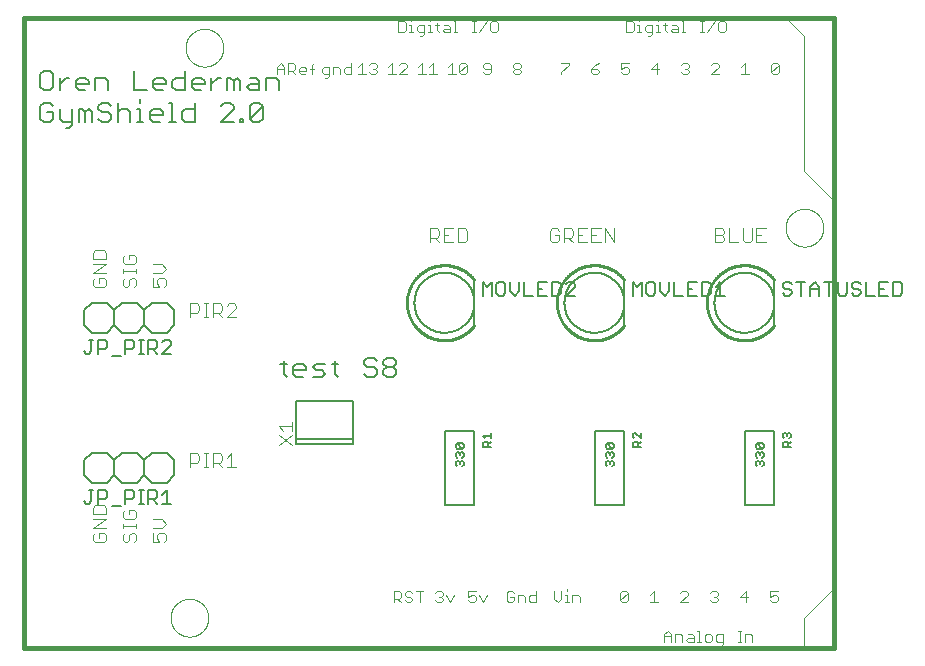
<source format=gto>
G75*
%MOIN*%
%OFA0B0*%
%FSLAX25Y25*%
%IPPOS*%
%LPD*%
%AMOC8*
5,1,8,0,0,1.08239X$1,22.5*
%
%ADD10C,0.01600*%
%ADD11C,0.00400*%
%ADD12C,0.00600*%
%ADD13C,0.00500*%
%ADD14C,0.00800*%
%ADD15C,0.01000*%
%ADD16C,0.00000*%
%ADD17C,0.00300*%
D10*
X0027000Y0005000D02*
X0297000Y0005000D01*
X0297000Y0215000D01*
X0027000Y0215000D01*
X0027000Y0005000D01*
D11*
X0050463Y0040200D02*
X0053533Y0040200D01*
X0054300Y0040967D01*
X0054300Y0042502D01*
X0053533Y0043269D01*
X0051998Y0043269D01*
X0051998Y0041735D01*
X0050463Y0043269D02*
X0049696Y0042502D01*
X0049696Y0040967D01*
X0050463Y0040200D01*
X0049696Y0044804D02*
X0054300Y0047873D01*
X0049696Y0047873D01*
X0049696Y0049408D02*
X0049696Y0051710D01*
X0050463Y0052477D01*
X0053533Y0052477D01*
X0054300Y0051710D01*
X0054300Y0049408D01*
X0049696Y0049408D01*
X0049696Y0044804D02*
X0054300Y0044804D01*
X0059696Y0044804D02*
X0059696Y0046339D01*
X0059696Y0045571D02*
X0064300Y0045571D01*
X0064300Y0044804D02*
X0064300Y0046339D01*
X0063533Y0047873D02*
X0060463Y0047873D01*
X0059696Y0048641D01*
X0059696Y0050175D01*
X0060463Y0050942D01*
X0061998Y0050942D02*
X0061998Y0049408D01*
X0061998Y0050942D02*
X0063533Y0050942D01*
X0064300Y0050175D01*
X0064300Y0048641D01*
X0063533Y0047873D01*
X0069696Y0047873D02*
X0072765Y0047873D01*
X0074300Y0046339D01*
X0072765Y0044804D01*
X0069696Y0044804D01*
X0069696Y0043269D02*
X0069696Y0040200D01*
X0071998Y0040200D01*
X0071231Y0041735D01*
X0071231Y0042502D01*
X0071998Y0043269D01*
X0073533Y0043269D01*
X0074300Y0042502D01*
X0074300Y0040967D01*
X0073533Y0040200D01*
X0064300Y0040967D02*
X0063533Y0040200D01*
X0064300Y0040967D02*
X0064300Y0042502D01*
X0063533Y0043269D01*
X0062765Y0043269D01*
X0061998Y0042502D01*
X0061998Y0040967D01*
X0061231Y0040200D01*
X0060463Y0040200D01*
X0059696Y0040967D01*
X0059696Y0042502D01*
X0060463Y0043269D01*
X0082200Y0065200D02*
X0082200Y0069804D01*
X0084502Y0069804D01*
X0085269Y0069037D01*
X0085269Y0067502D01*
X0084502Y0066735D01*
X0082200Y0066735D01*
X0086804Y0065200D02*
X0088339Y0065200D01*
X0087571Y0065200D02*
X0087571Y0069804D01*
X0086804Y0069804D02*
X0088339Y0069804D01*
X0089873Y0069804D02*
X0092175Y0069804D01*
X0092942Y0069037D01*
X0092942Y0067502D01*
X0092175Y0066735D01*
X0089873Y0066735D01*
X0091408Y0066735D02*
X0092942Y0065200D01*
X0094477Y0065200D02*
X0097546Y0065200D01*
X0096012Y0065200D02*
X0096012Y0069804D01*
X0094477Y0068269D01*
X0089873Y0069804D02*
X0089873Y0065200D01*
X0111696Y0072700D02*
X0116300Y0075769D01*
X0116300Y0077304D02*
X0116300Y0080373D01*
X0116300Y0078839D02*
X0111696Y0078839D01*
X0113231Y0077304D01*
X0111696Y0075769D02*
X0116300Y0072700D01*
X0097546Y0115200D02*
X0094477Y0115200D01*
X0097546Y0118269D01*
X0097546Y0119037D01*
X0096779Y0119804D01*
X0095244Y0119804D01*
X0094477Y0119037D01*
X0092942Y0119037D02*
X0092175Y0119804D01*
X0089873Y0119804D01*
X0089873Y0115200D01*
X0088339Y0115200D02*
X0086804Y0115200D01*
X0087571Y0115200D02*
X0087571Y0119804D01*
X0086804Y0119804D02*
X0088339Y0119804D01*
X0085269Y0119037D02*
X0085269Y0117502D01*
X0084502Y0116735D01*
X0082200Y0116735D01*
X0082200Y0115200D02*
X0082200Y0119804D01*
X0084502Y0119804D01*
X0085269Y0119037D01*
X0089873Y0116735D02*
X0092175Y0116735D01*
X0092942Y0117502D01*
X0092942Y0119037D01*
X0091408Y0116735D02*
X0092942Y0115200D01*
X0074300Y0125967D02*
X0073533Y0125200D01*
X0074300Y0125967D02*
X0074300Y0127502D01*
X0073533Y0128269D01*
X0071998Y0128269D01*
X0071231Y0127502D01*
X0071231Y0126735D01*
X0071998Y0125200D01*
X0069696Y0125200D01*
X0069696Y0128269D01*
X0069696Y0129804D02*
X0072765Y0129804D01*
X0074300Y0131339D01*
X0072765Y0132873D01*
X0069696Y0132873D01*
X0064300Y0133641D02*
X0064300Y0135175D01*
X0063533Y0135942D01*
X0061998Y0135942D01*
X0061998Y0134408D01*
X0060463Y0135942D02*
X0059696Y0135175D01*
X0059696Y0133641D01*
X0060463Y0132873D01*
X0063533Y0132873D01*
X0064300Y0133641D01*
X0064300Y0131339D02*
X0064300Y0129804D01*
X0064300Y0130571D02*
X0059696Y0130571D01*
X0059696Y0129804D02*
X0059696Y0131339D01*
X0060463Y0128269D02*
X0059696Y0127502D01*
X0059696Y0125967D01*
X0060463Y0125200D01*
X0061231Y0125200D01*
X0061998Y0125967D01*
X0061998Y0127502D01*
X0062765Y0128269D01*
X0063533Y0128269D01*
X0064300Y0127502D01*
X0064300Y0125967D01*
X0063533Y0125200D01*
X0054300Y0125967D02*
X0053533Y0125200D01*
X0050463Y0125200D01*
X0049696Y0125967D01*
X0049696Y0127502D01*
X0050463Y0128269D01*
X0051998Y0128269D02*
X0051998Y0126735D01*
X0051998Y0128269D02*
X0053533Y0128269D01*
X0054300Y0127502D01*
X0054300Y0125967D01*
X0054300Y0129804D02*
X0049696Y0129804D01*
X0054300Y0132873D01*
X0049696Y0132873D01*
X0049696Y0134408D02*
X0049696Y0136710D01*
X0050463Y0137477D01*
X0053533Y0137477D01*
X0054300Y0136710D01*
X0054300Y0134408D01*
X0049696Y0134408D01*
X0162200Y0140200D02*
X0162200Y0144804D01*
X0164502Y0144804D01*
X0165269Y0144037D01*
X0165269Y0142502D01*
X0164502Y0141735D01*
X0162200Y0141735D01*
X0163735Y0141735D02*
X0165269Y0140200D01*
X0166804Y0140200D02*
X0169873Y0140200D01*
X0171408Y0140200D02*
X0173710Y0140200D01*
X0174477Y0140967D01*
X0174477Y0144037D01*
X0173710Y0144804D01*
X0171408Y0144804D01*
X0171408Y0140200D01*
X0168339Y0142502D02*
X0166804Y0142502D01*
X0166804Y0144804D02*
X0166804Y0140200D01*
X0166804Y0144804D02*
X0169873Y0144804D01*
X0202200Y0144037D02*
X0202200Y0140967D01*
X0202967Y0140200D01*
X0204502Y0140200D01*
X0205269Y0140967D01*
X0205269Y0142502D01*
X0203735Y0142502D01*
X0205269Y0144037D02*
X0204502Y0144804D01*
X0202967Y0144804D01*
X0202200Y0144037D01*
X0206804Y0144804D02*
X0209106Y0144804D01*
X0209873Y0144037D01*
X0209873Y0142502D01*
X0209106Y0141735D01*
X0206804Y0141735D01*
X0208339Y0141735D02*
X0209873Y0140200D01*
X0211408Y0140200D02*
X0214477Y0140200D01*
X0216012Y0140200D02*
X0219081Y0140200D01*
X0220616Y0140200D02*
X0220616Y0144804D01*
X0223685Y0140200D01*
X0223685Y0144804D01*
X0219081Y0144804D02*
X0216012Y0144804D01*
X0216012Y0140200D01*
X0216012Y0142502D02*
X0217546Y0142502D01*
X0214477Y0144804D02*
X0211408Y0144804D01*
X0211408Y0140200D01*
X0211408Y0142502D02*
X0212942Y0142502D01*
X0206804Y0140200D02*
X0206804Y0144804D01*
X0257200Y0144804D02*
X0257200Y0140200D01*
X0259502Y0140200D01*
X0260269Y0140967D01*
X0260269Y0141735D01*
X0259502Y0142502D01*
X0257200Y0142502D01*
X0257200Y0144804D02*
X0259502Y0144804D01*
X0260269Y0144037D01*
X0260269Y0143269D01*
X0259502Y0142502D01*
X0261804Y0144804D02*
X0261804Y0140200D01*
X0264873Y0140200D01*
X0266408Y0140967D02*
X0267175Y0140200D01*
X0268710Y0140200D01*
X0269477Y0140967D01*
X0269477Y0144804D01*
X0271012Y0144804D02*
X0271012Y0140200D01*
X0274081Y0140200D01*
X0272546Y0142502D02*
X0271012Y0142502D01*
X0271012Y0144804D02*
X0274081Y0144804D01*
X0266408Y0144804D02*
X0266408Y0140967D01*
D12*
X0257000Y0120000D02*
X0257003Y0120245D01*
X0257012Y0120491D01*
X0257027Y0120736D01*
X0257048Y0120980D01*
X0257075Y0121224D01*
X0257108Y0121467D01*
X0257147Y0121710D01*
X0257192Y0121951D01*
X0257243Y0122191D01*
X0257300Y0122430D01*
X0257362Y0122667D01*
X0257431Y0122903D01*
X0257505Y0123137D01*
X0257585Y0123369D01*
X0257670Y0123599D01*
X0257761Y0123827D01*
X0257858Y0124052D01*
X0257960Y0124276D01*
X0258068Y0124496D01*
X0258181Y0124714D01*
X0258299Y0124929D01*
X0258423Y0125141D01*
X0258551Y0125350D01*
X0258685Y0125556D01*
X0258824Y0125758D01*
X0258968Y0125957D01*
X0259117Y0126152D01*
X0259270Y0126344D01*
X0259428Y0126532D01*
X0259590Y0126716D01*
X0259758Y0126895D01*
X0259929Y0127071D01*
X0260105Y0127242D01*
X0260284Y0127410D01*
X0260468Y0127572D01*
X0260656Y0127730D01*
X0260848Y0127883D01*
X0261043Y0128032D01*
X0261242Y0128176D01*
X0261444Y0128315D01*
X0261650Y0128449D01*
X0261859Y0128577D01*
X0262071Y0128701D01*
X0262286Y0128819D01*
X0262504Y0128932D01*
X0262724Y0129040D01*
X0262948Y0129142D01*
X0263173Y0129239D01*
X0263401Y0129330D01*
X0263631Y0129415D01*
X0263863Y0129495D01*
X0264097Y0129569D01*
X0264333Y0129638D01*
X0264570Y0129700D01*
X0264809Y0129757D01*
X0265049Y0129808D01*
X0265290Y0129853D01*
X0265533Y0129892D01*
X0265776Y0129925D01*
X0266020Y0129952D01*
X0266264Y0129973D01*
X0266509Y0129988D01*
X0266755Y0129997D01*
X0267000Y0130000D01*
X0267245Y0129997D01*
X0267491Y0129988D01*
X0267736Y0129973D01*
X0267980Y0129952D01*
X0268224Y0129925D01*
X0268467Y0129892D01*
X0268710Y0129853D01*
X0268951Y0129808D01*
X0269191Y0129757D01*
X0269430Y0129700D01*
X0269667Y0129638D01*
X0269903Y0129569D01*
X0270137Y0129495D01*
X0270369Y0129415D01*
X0270599Y0129330D01*
X0270827Y0129239D01*
X0271052Y0129142D01*
X0271276Y0129040D01*
X0271496Y0128932D01*
X0271714Y0128819D01*
X0271929Y0128701D01*
X0272141Y0128577D01*
X0272350Y0128449D01*
X0272556Y0128315D01*
X0272758Y0128176D01*
X0272957Y0128032D01*
X0273152Y0127883D01*
X0273344Y0127730D01*
X0273532Y0127572D01*
X0273716Y0127410D01*
X0273895Y0127242D01*
X0274071Y0127071D01*
X0274242Y0126895D01*
X0274410Y0126716D01*
X0274572Y0126532D01*
X0274730Y0126344D01*
X0274883Y0126152D01*
X0275032Y0125957D01*
X0275176Y0125758D01*
X0275315Y0125556D01*
X0275449Y0125350D01*
X0275577Y0125141D01*
X0275701Y0124929D01*
X0275819Y0124714D01*
X0275932Y0124496D01*
X0276040Y0124276D01*
X0276142Y0124052D01*
X0276239Y0123827D01*
X0276330Y0123599D01*
X0276415Y0123369D01*
X0276495Y0123137D01*
X0276569Y0122903D01*
X0276638Y0122667D01*
X0276700Y0122430D01*
X0276757Y0122191D01*
X0276808Y0121951D01*
X0276853Y0121710D01*
X0276892Y0121467D01*
X0276925Y0121224D01*
X0276952Y0120980D01*
X0276973Y0120736D01*
X0276988Y0120491D01*
X0276997Y0120245D01*
X0277000Y0120000D01*
X0276997Y0119755D01*
X0276988Y0119509D01*
X0276973Y0119264D01*
X0276952Y0119020D01*
X0276925Y0118776D01*
X0276892Y0118533D01*
X0276853Y0118290D01*
X0276808Y0118049D01*
X0276757Y0117809D01*
X0276700Y0117570D01*
X0276638Y0117333D01*
X0276569Y0117097D01*
X0276495Y0116863D01*
X0276415Y0116631D01*
X0276330Y0116401D01*
X0276239Y0116173D01*
X0276142Y0115948D01*
X0276040Y0115724D01*
X0275932Y0115504D01*
X0275819Y0115286D01*
X0275701Y0115071D01*
X0275577Y0114859D01*
X0275449Y0114650D01*
X0275315Y0114444D01*
X0275176Y0114242D01*
X0275032Y0114043D01*
X0274883Y0113848D01*
X0274730Y0113656D01*
X0274572Y0113468D01*
X0274410Y0113284D01*
X0274242Y0113105D01*
X0274071Y0112929D01*
X0273895Y0112758D01*
X0273716Y0112590D01*
X0273532Y0112428D01*
X0273344Y0112270D01*
X0273152Y0112117D01*
X0272957Y0111968D01*
X0272758Y0111824D01*
X0272556Y0111685D01*
X0272350Y0111551D01*
X0272141Y0111423D01*
X0271929Y0111299D01*
X0271714Y0111181D01*
X0271496Y0111068D01*
X0271276Y0110960D01*
X0271052Y0110858D01*
X0270827Y0110761D01*
X0270599Y0110670D01*
X0270369Y0110585D01*
X0270137Y0110505D01*
X0269903Y0110431D01*
X0269667Y0110362D01*
X0269430Y0110300D01*
X0269191Y0110243D01*
X0268951Y0110192D01*
X0268710Y0110147D01*
X0268467Y0110108D01*
X0268224Y0110075D01*
X0267980Y0110048D01*
X0267736Y0110027D01*
X0267491Y0110012D01*
X0267245Y0110003D01*
X0267000Y0110000D01*
X0266755Y0110003D01*
X0266509Y0110012D01*
X0266264Y0110027D01*
X0266020Y0110048D01*
X0265776Y0110075D01*
X0265533Y0110108D01*
X0265290Y0110147D01*
X0265049Y0110192D01*
X0264809Y0110243D01*
X0264570Y0110300D01*
X0264333Y0110362D01*
X0264097Y0110431D01*
X0263863Y0110505D01*
X0263631Y0110585D01*
X0263401Y0110670D01*
X0263173Y0110761D01*
X0262948Y0110858D01*
X0262724Y0110960D01*
X0262504Y0111068D01*
X0262286Y0111181D01*
X0262071Y0111299D01*
X0261859Y0111423D01*
X0261650Y0111551D01*
X0261444Y0111685D01*
X0261242Y0111824D01*
X0261043Y0111968D01*
X0260848Y0112117D01*
X0260656Y0112270D01*
X0260468Y0112428D01*
X0260284Y0112590D01*
X0260105Y0112758D01*
X0259929Y0112929D01*
X0259758Y0113105D01*
X0259590Y0113284D01*
X0259428Y0113468D01*
X0259270Y0113656D01*
X0259117Y0113848D01*
X0258968Y0114043D01*
X0258824Y0114242D01*
X0258685Y0114444D01*
X0258551Y0114650D01*
X0258423Y0114859D01*
X0258299Y0115071D01*
X0258181Y0115286D01*
X0258068Y0115504D01*
X0257960Y0115724D01*
X0257858Y0115948D01*
X0257761Y0116173D01*
X0257670Y0116401D01*
X0257585Y0116631D01*
X0257505Y0116863D01*
X0257431Y0117097D01*
X0257362Y0117333D01*
X0257300Y0117570D01*
X0257243Y0117809D01*
X0257192Y0118049D01*
X0257147Y0118290D01*
X0257108Y0118533D01*
X0257075Y0118776D01*
X0257048Y0119020D01*
X0257027Y0119264D01*
X0257012Y0119509D01*
X0257003Y0119755D01*
X0257000Y0120000D01*
X0207000Y0120000D02*
X0207003Y0120245D01*
X0207012Y0120491D01*
X0207027Y0120736D01*
X0207048Y0120980D01*
X0207075Y0121224D01*
X0207108Y0121467D01*
X0207147Y0121710D01*
X0207192Y0121951D01*
X0207243Y0122191D01*
X0207300Y0122430D01*
X0207362Y0122667D01*
X0207431Y0122903D01*
X0207505Y0123137D01*
X0207585Y0123369D01*
X0207670Y0123599D01*
X0207761Y0123827D01*
X0207858Y0124052D01*
X0207960Y0124276D01*
X0208068Y0124496D01*
X0208181Y0124714D01*
X0208299Y0124929D01*
X0208423Y0125141D01*
X0208551Y0125350D01*
X0208685Y0125556D01*
X0208824Y0125758D01*
X0208968Y0125957D01*
X0209117Y0126152D01*
X0209270Y0126344D01*
X0209428Y0126532D01*
X0209590Y0126716D01*
X0209758Y0126895D01*
X0209929Y0127071D01*
X0210105Y0127242D01*
X0210284Y0127410D01*
X0210468Y0127572D01*
X0210656Y0127730D01*
X0210848Y0127883D01*
X0211043Y0128032D01*
X0211242Y0128176D01*
X0211444Y0128315D01*
X0211650Y0128449D01*
X0211859Y0128577D01*
X0212071Y0128701D01*
X0212286Y0128819D01*
X0212504Y0128932D01*
X0212724Y0129040D01*
X0212948Y0129142D01*
X0213173Y0129239D01*
X0213401Y0129330D01*
X0213631Y0129415D01*
X0213863Y0129495D01*
X0214097Y0129569D01*
X0214333Y0129638D01*
X0214570Y0129700D01*
X0214809Y0129757D01*
X0215049Y0129808D01*
X0215290Y0129853D01*
X0215533Y0129892D01*
X0215776Y0129925D01*
X0216020Y0129952D01*
X0216264Y0129973D01*
X0216509Y0129988D01*
X0216755Y0129997D01*
X0217000Y0130000D01*
X0217245Y0129997D01*
X0217491Y0129988D01*
X0217736Y0129973D01*
X0217980Y0129952D01*
X0218224Y0129925D01*
X0218467Y0129892D01*
X0218710Y0129853D01*
X0218951Y0129808D01*
X0219191Y0129757D01*
X0219430Y0129700D01*
X0219667Y0129638D01*
X0219903Y0129569D01*
X0220137Y0129495D01*
X0220369Y0129415D01*
X0220599Y0129330D01*
X0220827Y0129239D01*
X0221052Y0129142D01*
X0221276Y0129040D01*
X0221496Y0128932D01*
X0221714Y0128819D01*
X0221929Y0128701D01*
X0222141Y0128577D01*
X0222350Y0128449D01*
X0222556Y0128315D01*
X0222758Y0128176D01*
X0222957Y0128032D01*
X0223152Y0127883D01*
X0223344Y0127730D01*
X0223532Y0127572D01*
X0223716Y0127410D01*
X0223895Y0127242D01*
X0224071Y0127071D01*
X0224242Y0126895D01*
X0224410Y0126716D01*
X0224572Y0126532D01*
X0224730Y0126344D01*
X0224883Y0126152D01*
X0225032Y0125957D01*
X0225176Y0125758D01*
X0225315Y0125556D01*
X0225449Y0125350D01*
X0225577Y0125141D01*
X0225701Y0124929D01*
X0225819Y0124714D01*
X0225932Y0124496D01*
X0226040Y0124276D01*
X0226142Y0124052D01*
X0226239Y0123827D01*
X0226330Y0123599D01*
X0226415Y0123369D01*
X0226495Y0123137D01*
X0226569Y0122903D01*
X0226638Y0122667D01*
X0226700Y0122430D01*
X0226757Y0122191D01*
X0226808Y0121951D01*
X0226853Y0121710D01*
X0226892Y0121467D01*
X0226925Y0121224D01*
X0226952Y0120980D01*
X0226973Y0120736D01*
X0226988Y0120491D01*
X0226997Y0120245D01*
X0227000Y0120000D01*
X0226997Y0119755D01*
X0226988Y0119509D01*
X0226973Y0119264D01*
X0226952Y0119020D01*
X0226925Y0118776D01*
X0226892Y0118533D01*
X0226853Y0118290D01*
X0226808Y0118049D01*
X0226757Y0117809D01*
X0226700Y0117570D01*
X0226638Y0117333D01*
X0226569Y0117097D01*
X0226495Y0116863D01*
X0226415Y0116631D01*
X0226330Y0116401D01*
X0226239Y0116173D01*
X0226142Y0115948D01*
X0226040Y0115724D01*
X0225932Y0115504D01*
X0225819Y0115286D01*
X0225701Y0115071D01*
X0225577Y0114859D01*
X0225449Y0114650D01*
X0225315Y0114444D01*
X0225176Y0114242D01*
X0225032Y0114043D01*
X0224883Y0113848D01*
X0224730Y0113656D01*
X0224572Y0113468D01*
X0224410Y0113284D01*
X0224242Y0113105D01*
X0224071Y0112929D01*
X0223895Y0112758D01*
X0223716Y0112590D01*
X0223532Y0112428D01*
X0223344Y0112270D01*
X0223152Y0112117D01*
X0222957Y0111968D01*
X0222758Y0111824D01*
X0222556Y0111685D01*
X0222350Y0111551D01*
X0222141Y0111423D01*
X0221929Y0111299D01*
X0221714Y0111181D01*
X0221496Y0111068D01*
X0221276Y0110960D01*
X0221052Y0110858D01*
X0220827Y0110761D01*
X0220599Y0110670D01*
X0220369Y0110585D01*
X0220137Y0110505D01*
X0219903Y0110431D01*
X0219667Y0110362D01*
X0219430Y0110300D01*
X0219191Y0110243D01*
X0218951Y0110192D01*
X0218710Y0110147D01*
X0218467Y0110108D01*
X0218224Y0110075D01*
X0217980Y0110048D01*
X0217736Y0110027D01*
X0217491Y0110012D01*
X0217245Y0110003D01*
X0217000Y0110000D01*
X0216755Y0110003D01*
X0216509Y0110012D01*
X0216264Y0110027D01*
X0216020Y0110048D01*
X0215776Y0110075D01*
X0215533Y0110108D01*
X0215290Y0110147D01*
X0215049Y0110192D01*
X0214809Y0110243D01*
X0214570Y0110300D01*
X0214333Y0110362D01*
X0214097Y0110431D01*
X0213863Y0110505D01*
X0213631Y0110585D01*
X0213401Y0110670D01*
X0213173Y0110761D01*
X0212948Y0110858D01*
X0212724Y0110960D01*
X0212504Y0111068D01*
X0212286Y0111181D01*
X0212071Y0111299D01*
X0211859Y0111423D01*
X0211650Y0111551D01*
X0211444Y0111685D01*
X0211242Y0111824D01*
X0211043Y0111968D01*
X0210848Y0112117D01*
X0210656Y0112270D01*
X0210468Y0112428D01*
X0210284Y0112590D01*
X0210105Y0112758D01*
X0209929Y0112929D01*
X0209758Y0113105D01*
X0209590Y0113284D01*
X0209428Y0113468D01*
X0209270Y0113656D01*
X0209117Y0113848D01*
X0208968Y0114043D01*
X0208824Y0114242D01*
X0208685Y0114444D01*
X0208551Y0114650D01*
X0208423Y0114859D01*
X0208299Y0115071D01*
X0208181Y0115286D01*
X0208068Y0115504D01*
X0207960Y0115724D01*
X0207858Y0115948D01*
X0207761Y0116173D01*
X0207670Y0116401D01*
X0207585Y0116631D01*
X0207505Y0116863D01*
X0207431Y0117097D01*
X0207362Y0117333D01*
X0207300Y0117570D01*
X0207243Y0117809D01*
X0207192Y0118049D01*
X0207147Y0118290D01*
X0207108Y0118533D01*
X0207075Y0118776D01*
X0207048Y0119020D01*
X0207027Y0119264D01*
X0207012Y0119509D01*
X0207003Y0119755D01*
X0207000Y0120000D01*
X0157000Y0120000D02*
X0157003Y0120245D01*
X0157012Y0120491D01*
X0157027Y0120736D01*
X0157048Y0120980D01*
X0157075Y0121224D01*
X0157108Y0121467D01*
X0157147Y0121710D01*
X0157192Y0121951D01*
X0157243Y0122191D01*
X0157300Y0122430D01*
X0157362Y0122667D01*
X0157431Y0122903D01*
X0157505Y0123137D01*
X0157585Y0123369D01*
X0157670Y0123599D01*
X0157761Y0123827D01*
X0157858Y0124052D01*
X0157960Y0124276D01*
X0158068Y0124496D01*
X0158181Y0124714D01*
X0158299Y0124929D01*
X0158423Y0125141D01*
X0158551Y0125350D01*
X0158685Y0125556D01*
X0158824Y0125758D01*
X0158968Y0125957D01*
X0159117Y0126152D01*
X0159270Y0126344D01*
X0159428Y0126532D01*
X0159590Y0126716D01*
X0159758Y0126895D01*
X0159929Y0127071D01*
X0160105Y0127242D01*
X0160284Y0127410D01*
X0160468Y0127572D01*
X0160656Y0127730D01*
X0160848Y0127883D01*
X0161043Y0128032D01*
X0161242Y0128176D01*
X0161444Y0128315D01*
X0161650Y0128449D01*
X0161859Y0128577D01*
X0162071Y0128701D01*
X0162286Y0128819D01*
X0162504Y0128932D01*
X0162724Y0129040D01*
X0162948Y0129142D01*
X0163173Y0129239D01*
X0163401Y0129330D01*
X0163631Y0129415D01*
X0163863Y0129495D01*
X0164097Y0129569D01*
X0164333Y0129638D01*
X0164570Y0129700D01*
X0164809Y0129757D01*
X0165049Y0129808D01*
X0165290Y0129853D01*
X0165533Y0129892D01*
X0165776Y0129925D01*
X0166020Y0129952D01*
X0166264Y0129973D01*
X0166509Y0129988D01*
X0166755Y0129997D01*
X0167000Y0130000D01*
X0167245Y0129997D01*
X0167491Y0129988D01*
X0167736Y0129973D01*
X0167980Y0129952D01*
X0168224Y0129925D01*
X0168467Y0129892D01*
X0168710Y0129853D01*
X0168951Y0129808D01*
X0169191Y0129757D01*
X0169430Y0129700D01*
X0169667Y0129638D01*
X0169903Y0129569D01*
X0170137Y0129495D01*
X0170369Y0129415D01*
X0170599Y0129330D01*
X0170827Y0129239D01*
X0171052Y0129142D01*
X0171276Y0129040D01*
X0171496Y0128932D01*
X0171714Y0128819D01*
X0171929Y0128701D01*
X0172141Y0128577D01*
X0172350Y0128449D01*
X0172556Y0128315D01*
X0172758Y0128176D01*
X0172957Y0128032D01*
X0173152Y0127883D01*
X0173344Y0127730D01*
X0173532Y0127572D01*
X0173716Y0127410D01*
X0173895Y0127242D01*
X0174071Y0127071D01*
X0174242Y0126895D01*
X0174410Y0126716D01*
X0174572Y0126532D01*
X0174730Y0126344D01*
X0174883Y0126152D01*
X0175032Y0125957D01*
X0175176Y0125758D01*
X0175315Y0125556D01*
X0175449Y0125350D01*
X0175577Y0125141D01*
X0175701Y0124929D01*
X0175819Y0124714D01*
X0175932Y0124496D01*
X0176040Y0124276D01*
X0176142Y0124052D01*
X0176239Y0123827D01*
X0176330Y0123599D01*
X0176415Y0123369D01*
X0176495Y0123137D01*
X0176569Y0122903D01*
X0176638Y0122667D01*
X0176700Y0122430D01*
X0176757Y0122191D01*
X0176808Y0121951D01*
X0176853Y0121710D01*
X0176892Y0121467D01*
X0176925Y0121224D01*
X0176952Y0120980D01*
X0176973Y0120736D01*
X0176988Y0120491D01*
X0176997Y0120245D01*
X0177000Y0120000D01*
X0176997Y0119755D01*
X0176988Y0119509D01*
X0176973Y0119264D01*
X0176952Y0119020D01*
X0176925Y0118776D01*
X0176892Y0118533D01*
X0176853Y0118290D01*
X0176808Y0118049D01*
X0176757Y0117809D01*
X0176700Y0117570D01*
X0176638Y0117333D01*
X0176569Y0117097D01*
X0176495Y0116863D01*
X0176415Y0116631D01*
X0176330Y0116401D01*
X0176239Y0116173D01*
X0176142Y0115948D01*
X0176040Y0115724D01*
X0175932Y0115504D01*
X0175819Y0115286D01*
X0175701Y0115071D01*
X0175577Y0114859D01*
X0175449Y0114650D01*
X0175315Y0114444D01*
X0175176Y0114242D01*
X0175032Y0114043D01*
X0174883Y0113848D01*
X0174730Y0113656D01*
X0174572Y0113468D01*
X0174410Y0113284D01*
X0174242Y0113105D01*
X0174071Y0112929D01*
X0173895Y0112758D01*
X0173716Y0112590D01*
X0173532Y0112428D01*
X0173344Y0112270D01*
X0173152Y0112117D01*
X0172957Y0111968D01*
X0172758Y0111824D01*
X0172556Y0111685D01*
X0172350Y0111551D01*
X0172141Y0111423D01*
X0171929Y0111299D01*
X0171714Y0111181D01*
X0171496Y0111068D01*
X0171276Y0110960D01*
X0171052Y0110858D01*
X0170827Y0110761D01*
X0170599Y0110670D01*
X0170369Y0110585D01*
X0170137Y0110505D01*
X0169903Y0110431D01*
X0169667Y0110362D01*
X0169430Y0110300D01*
X0169191Y0110243D01*
X0168951Y0110192D01*
X0168710Y0110147D01*
X0168467Y0110108D01*
X0168224Y0110075D01*
X0167980Y0110048D01*
X0167736Y0110027D01*
X0167491Y0110012D01*
X0167245Y0110003D01*
X0167000Y0110000D01*
X0166755Y0110003D01*
X0166509Y0110012D01*
X0166264Y0110027D01*
X0166020Y0110048D01*
X0165776Y0110075D01*
X0165533Y0110108D01*
X0165290Y0110147D01*
X0165049Y0110192D01*
X0164809Y0110243D01*
X0164570Y0110300D01*
X0164333Y0110362D01*
X0164097Y0110431D01*
X0163863Y0110505D01*
X0163631Y0110585D01*
X0163401Y0110670D01*
X0163173Y0110761D01*
X0162948Y0110858D01*
X0162724Y0110960D01*
X0162504Y0111068D01*
X0162286Y0111181D01*
X0162071Y0111299D01*
X0161859Y0111423D01*
X0161650Y0111551D01*
X0161444Y0111685D01*
X0161242Y0111824D01*
X0161043Y0111968D01*
X0160848Y0112117D01*
X0160656Y0112270D01*
X0160468Y0112428D01*
X0160284Y0112590D01*
X0160105Y0112758D01*
X0159929Y0112929D01*
X0159758Y0113105D01*
X0159590Y0113284D01*
X0159428Y0113468D01*
X0159270Y0113656D01*
X0159117Y0113848D01*
X0158968Y0114043D01*
X0158824Y0114242D01*
X0158685Y0114444D01*
X0158551Y0114650D01*
X0158423Y0114859D01*
X0158299Y0115071D01*
X0158181Y0115286D01*
X0158068Y0115504D01*
X0157960Y0115724D01*
X0157858Y0115948D01*
X0157761Y0116173D01*
X0157670Y0116401D01*
X0157585Y0116631D01*
X0157505Y0116863D01*
X0157431Y0117097D01*
X0157362Y0117333D01*
X0157300Y0117570D01*
X0157243Y0117809D01*
X0157192Y0118049D01*
X0157147Y0118290D01*
X0157108Y0118533D01*
X0157075Y0118776D01*
X0157048Y0119020D01*
X0157027Y0119264D01*
X0157012Y0119509D01*
X0157003Y0119755D01*
X0157000Y0120000D01*
X0149879Y0101705D02*
X0147744Y0101705D01*
X0146676Y0100638D01*
X0146676Y0099570D01*
X0147744Y0098503D01*
X0149879Y0098503D01*
X0150946Y0097435D01*
X0150946Y0096368D01*
X0149879Y0095300D01*
X0147744Y0095300D01*
X0146676Y0096368D01*
X0146676Y0097435D01*
X0147744Y0098503D01*
X0149879Y0098503D02*
X0150946Y0099570D01*
X0150946Y0100638D01*
X0149879Y0101705D01*
X0144501Y0100638D02*
X0143433Y0101705D01*
X0141298Y0101705D01*
X0140230Y0100638D01*
X0140230Y0099570D01*
X0141298Y0098503D01*
X0143433Y0098503D01*
X0144501Y0097435D01*
X0144501Y0096368D01*
X0143433Y0095300D01*
X0141298Y0095300D01*
X0140230Y0096368D01*
X0131623Y0095300D02*
X0130556Y0096368D01*
X0130556Y0100638D01*
X0131623Y0099570D02*
X0129488Y0099570D01*
X0127313Y0099570D02*
X0124110Y0099570D01*
X0123042Y0098503D01*
X0124110Y0097435D01*
X0126245Y0097435D01*
X0127313Y0096368D01*
X0126245Y0095300D01*
X0123042Y0095300D01*
X0120867Y0097435D02*
X0116597Y0097435D01*
X0116597Y0096368D02*
X0116597Y0098503D01*
X0117665Y0099570D01*
X0119800Y0099570D01*
X0120867Y0098503D01*
X0120867Y0097435D01*
X0119800Y0095300D02*
X0117665Y0095300D01*
X0116597Y0096368D01*
X0114435Y0095300D02*
X0113368Y0096368D01*
X0113368Y0100638D01*
X0114435Y0099570D02*
X0112300Y0099570D01*
X0077000Y0112500D02*
X0074500Y0110000D01*
X0069500Y0110000D01*
X0067000Y0112500D01*
X0064500Y0110000D01*
X0059500Y0110000D01*
X0057000Y0112500D01*
X0054500Y0110000D01*
X0049500Y0110000D01*
X0047000Y0112500D01*
X0047000Y0117500D01*
X0049500Y0120000D01*
X0054500Y0120000D01*
X0057000Y0117500D01*
X0059500Y0120000D01*
X0064500Y0120000D01*
X0067000Y0117500D01*
X0069500Y0120000D01*
X0074500Y0120000D01*
X0077000Y0117500D01*
X0077000Y0112500D01*
X0067000Y0112500D02*
X0067000Y0117500D01*
X0057000Y0117500D02*
X0057000Y0112500D01*
X0054500Y0070000D02*
X0049500Y0070000D01*
X0047000Y0067500D01*
X0047000Y0062500D01*
X0049500Y0060000D01*
X0054500Y0060000D01*
X0057000Y0062500D01*
X0057000Y0067500D01*
X0054500Y0070000D01*
X0057000Y0067500D02*
X0059500Y0070000D01*
X0064500Y0070000D01*
X0067000Y0067500D01*
X0069500Y0070000D01*
X0074500Y0070000D01*
X0077000Y0067500D01*
X0077000Y0062500D01*
X0074500Y0060000D01*
X0069500Y0060000D01*
X0067000Y0062500D01*
X0064500Y0060000D01*
X0059500Y0060000D01*
X0057000Y0062500D01*
X0067000Y0062500D02*
X0067000Y0067500D01*
X0041948Y0178165D02*
X0040881Y0178165D01*
X0041948Y0178165D02*
X0043016Y0179232D01*
X0043016Y0184570D01*
X0045191Y0184570D02*
X0046259Y0184570D01*
X0047326Y0183503D01*
X0048394Y0184570D01*
X0049461Y0183503D01*
X0049461Y0180300D01*
X0047326Y0180300D02*
X0047326Y0183503D01*
X0045191Y0184570D02*
X0045191Y0180300D01*
X0043016Y0180300D02*
X0039813Y0180300D01*
X0038745Y0181368D01*
X0038745Y0184570D01*
X0036570Y0183503D02*
X0034435Y0183503D01*
X0036570Y0183503D02*
X0036570Y0181368D01*
X0035503Y0180300D01*
X0033368Y0180300D01*
X0032300Y0181368D01*
X0032300Y0185638D01*
X0033368Y0186705D01*
X0035503Y0186705D01*
X0036570Y0185638D01*
X0035503Y0190800D02*
X0036570Y0191868D01*
X0036570Y0196138D01*
X0035503Y0197205D01*
X0033368Y0197205D01*
X0032300Y0196138D01*
X0032300Y0191868D01*
X0033368Y0190800D01*
X0035503Y0190800D01*
X0038745Y0190800D02*
X0038745Y0195070D01*
X0038745Y0192935D02*
X0040881Y0195070D01*
X0041948Y0195070D01*
X0044117Y0194003D02*
X0044117Y0191868D01*
X0045184Y0190800D01*
X0047319Y0190800D01*
X0048387Y0192935D02*
X0044117Y0192935D01*
X0044117Y0194003D02*
X0045184Y0195070D01*
X0047319Y0195070D01*
X0048387Y0194003D01*
X0048387Y0192935D01*
X0050562Y0190800D02*
X0050562Y0195070D01*
X0053765Y0195070D01*
X0054833Y0194003D01*
X0054833Y0190800D01*
X0054839Y0186705D02*
X0052704Y0186705D01*
X0051636Y0185638D01*
X0051636Y0184570D01*
X0052704Y0183503D01*
X0054839Y0183503D01*
X0055907Y0182435D01*
X0055907Y0181368D01*
X0054839Y0180300D01*
X0052704Y0180300D01*
X0051636Y0181368D01*
X0055907Y0185638D02*
X0054839Y0186705D01*
X0058082Y0186705D02*
X0058082Y0180300D01*
X0058082Y0183503D02*
X0059150Y0184570D01*
X0061285Y0184570D01*
X0062352Y0183503D01*
X0062352Y0180300D01*
X0064527Y0180300D02*
X0066663Y0180300D01*
X0065595Y0180300D02*
X0065595Y0184570D01*
X0064527Y0184570D01*
X0065595Y0186705D02*
X0065595Y0187773D01*
X0068824Y0183503D02*
X0069892Y0184570D01*
X0072027Y0184570D01*
X0073095Y0183503D01*
X0073095Y0182435D01*
X0068824Y0182435D01*
X0068824Y0181368D02*
X0068824Y0183503D01*
X0068824Y0181368D02*
X0069892Y0180300D01*
X0072027Y0180300D01*
X0075270Y0180300D02*
X0077405Y0180300D01*
X0076338Y0180300D02*
X0076338Y0186705D01*
X0075270Y0186705D01*
X0079567Y0183503D02*
X0080635Y0184570D01*
X0083837Y0184570D01*
X0083837Y0186705D02*
X0083837Y0180300D01*
X0080635Y0180300D01*
X0079567Y0181368D01*
X0079567Y0183503D01*
X0080615Y0190800D02*
X0077412Y0190800D01*
X0076344Y0191868D01*
X0076344Y0194003D01*
X0077412Y0195070D01*
X0080615Y0195070D01*
X0080615Y0197205D02*
X0080615Y0190800D01*
X0082790Y0191868D02*
X0082790Y0194003D01*
X0083857Y0195070D01*
X0085992Y0195070D01*
X0087060Y0194003D01*
X0087060Y0192935D01*
X0082790Y0192935D01*
X0082790Y0191868D02*
X0083857Y0190800D01*
X0085992Y0190800D01*
X0089235Y0190800D02*
X0089235Y0195070D01*
X0089235Y0192935D02*
X0091370Y0195070D01*
X0092438Y0195070D01*
X0094606Y0195070D02*
X0094606Y0190800D01*
X0096742Y0190800D02*
X0096742Y0194003D01*
X0097809Y0195070D01*
X0098877Y0194003D01*
X0098877Y0190800D01*
X0101052Y0191868D02*
X0102120Y0192935D01*
X0105322Y0192935D01*
X0105322Y0194003D02*
X0105322Y0190800D01*
X0102120Y0190800D01*
X0101052Y0191868D01*
X0102120Y0195070D02*
X0104255Y0195070D01*
X0105322Y0194003D01*
X0107497Y0195070D02*
X0107497Y0190800D01*
X0107497Y0195070D02*
X0110700Y0195070D01*
X0111768Y0194003D01*
X0111768Y0190800D01*
X0106397Y0185638D02*
X0105329Y0186705D01*
X0103194Y0186705D01*
X0102126Y0185638D01*
X0102126Y0181368D01*
X0106397Y0185638D01*
X0106397Y0181368D01*
X0105329Y0180300D01*
X0103194Y0180300D01*
X0102126Y0181368D01*
X0099971Y0181368D02*
X0099971Y0180300D01*
X0098903Y0180300D01*
X0098903Y0181368D01*
X0099971Y0181368D01*
X0096728Y0180300D02*
X0092458Y0180300D01*
X0096728Y0184570D01*
X0096728Y0185638D01*
X0095661Y0186705D01*
X0093526Y0186705D01*
X0092458Y0185638D01*
X0096742Y0194003D02*
X0095674Y0195070D01*
X0094606Y0195070D01*
X0074169Y0194003D02*
X0074169Y0192935D01*
X0069899Y0192935D01*
X0069899Y0191868D02*
X0069899Y0194003D01*
X0070966Y0195070D01*
X0073101Y0195070D01*
X0074169Y0194003D01*
X0073101Y0190800D02*
X0070966Y0190800D01*
X0069899Y0191868D01*
X0067724Y0190800D02*
X0063453Y0190800D01*
X0063453Y0197205D01*
D13*
X0179750Y0126854D02*
X0179750Y0122350D01*
X0182753Y0122350D02*
X0182753Y0126854D01*
X0181251Y0125353D01*
X0179750Y0126854D01*
X0184354Y0126103D02*
X0184354Y0123101D01*
X0185105Y0122350D01*
X0186606Y0122350D01*
X0187356Y0123101D01*
X0187356Y0126103D01*
X0186606Y0126854D01*
X0185105Y0126854D01*
X0184354Y0126103D01*
X0188958Y0126854D02*
X0188958Y0123851D01*
X0190459Y0122350D01*
X0191960Y0123851D01*
X0191960Y0126854D01*
X0193562Y0126854D02*
X0193562Y0122350D01*
X0196564Y0122350D01*
X0198166Y0122350D02*
X0201168Y0122350D01*
X0202770Y0122350D02*
X0205022Y0122350D01*
X0205772Y0123101D01*
X0205772Y0126103D01*
X0205022Y0126854D01*
X0202770Y0126854D01*
X0202770Y0122350D01*
X0199667Y0124602D02*
X0198166Y0124602D01*
X0198166Y0126854D02*
X0198166Y0122350D01*
X0198166Y0126854D02*
X0201168Y0126854D01*
X0207374Y0126103D02*
X0208124Y0126854D01*
X0209625Y0126854D01*
X0210376Y0126103D01*
X0210376Y0125353D01*
X0207374Y0122350D01*
X0210376Y0122350D01*
X0229750Y0122350D02*
X0229750Y0126854D01*
X0231251Y0125353D01*
X0232753Y0126854D01*
X0232753Y0122350D01*
X0234354Y0123101D02*
X0235105Y0122350D01*
X0236606Y0122350D01*
X0237356Y0123101D01*
X0237356Y0126103D01*
X0236606Y0126854D01*
X0235105Y0126854D01*
X0234354Y0126103D01*
X0234354Y0123101D01*
X0238958Y0123851D02*
X0240459Y0122350D01*
X0241960Y0123851D01*
X0241960Y0126854D01*
X0243562Y0126854D02*
X0243562Y0122350D01*
X0246564Y0122350D01*
X0248166Y0122350D02*
X0251168Y0122350D01*
X0252770Y0122350D02*
X0255022Y0122350D01*
X0255772Y0123101D01*
X0255772Y0126103D01*
X0255022Y0126854D01*
X0252770Y0126854D01*
X0252770Y0122350D01*
X0249667Y0124602D02*
X0248166Y0124602D01*
X0248166Y0126854D02*
X0248166Y0122350D01*
X0248166Y0126854D02*
X0251168Y0126854D01*
X0257374Y0125353D02*
X0258875Y0126854D01*
X0258875Y0122350D01*
X0257374Y0122350D02*
X0260376Y0122350D01*
X0279750Y0123101D02*
X0280501Y0122350D01*
X0282002Y0122350D01*
X0282753Y0123101D01*
X0282753Y0123851D01*
X0282002Y0124602D01*
X0280501Y0124602D01*
X0279750Y0125353D01*
X0279750Y0126103D01*
X0280501Y0126854D01*
X0282002Y0126854D01*
X0282753Y0126103D01*
X0284354Y0126854D02*
X0287356Y0126854D01*
X0285855Y0126854D02*
X0285855Y0122350D01*
X0288958Y0122350D02*
X0288958Y0125353D01*
X0290459Y0126854D01*
X0291960Y0125353D01*
X0291960Y0122350D01*
X0291960Y0124602D02*
X0288958Y0124602D01*
X0293562Y0126854D02*
X0296564Y0126854D01*
X0295063Y0126854D02*
X0295063Y0122350D01*
X0298166Y0123101D02*
X0298916Y0122350D01*
X0300418Y0122350D01*
X0301168Y0123101D01*
X0301168Y0126854D01*
X0302770Y0126103D02*
X0302770Y0125353D01*
X0303520Y0124602D01*
X0305022Y0124602D01*
X0305772Y0123851D01*
X0305772Y0123101D01*
X0305022Y0122350D01*
X0303520Y0122350D01*
X0302770Y0123101D01*
X0298166Y0123101D02*
X0298166Y0126854D01*
X0302770Y0126103D02*
X0303520Y0126854D01*
X0305022Y0126854D01*
X0305772Y0126103D01*
X0307374Y0126854D02*
X0307374Y0122350D01*
X0310376Y0122350D01*
X0311977Y0122350D02*
X0314980Y0122350D01*
X0316581Y0122350D02*
X0318833Y0122350D01*
X0319584Y0123101D01*
X0319584Y0126103D01*
X0318833Y0126854D01*
X0316581Y0126854D01*
X0316581Y0122350D01*
X0313479Y0124602D02*
X0311977Y0124602D01*
X0311977Y0126854D02*
X0311977Y0122350D01*
X0311977Y0126854D02*
X0314980Y0126854D01*
X0282000Y0076605D02*
X0282450Y0076155D01*
X0282450Y0075254D01*
X0282000Y0074803D01*
X0282450Y0073659D02*
X0281549Y0072758D01*
X0281549Y0073208D02*
X0281549Y0071857D01*
X0282450Y0071857D02*
X0279748Y0071857D01*
X0279748Y0073208D01*
X0280198Y0073659D01*
X0281099Y0073659D01*
X0281549Y0073208D01*
X0280198Y0074803D02*
X0279748Y0075254D01*
X0279748Y0076155D01*
X0280198Y0076605D01*
X0280648Y0076605D01*
X0281099Y0076155D01*
X0281549Y0076605D01*
X0282000Y0076605D01*
X0281099Y0076155D02*
X0281099Y0075704D01*
X0273450Y0072655D02*
X0273450Y0071754D01*
X0273000Y0071303D01*
X0271198Y0073105D01*
X0273000Y0073105D01*
X0273450Y0072655D01*
X0273000Y0071303D02*
X0271198Y0071303D01*
X0270748Y0071754D01*
X0270748Y0072655D01*
X0271198Y0073105D01*
X0271198Y0070159D02*
X0271648Y0070159D01*
X0272099Y0069708D01*
X0272549Y0070159D01*
X0273000Y0070159D01*
X0273450Y0069708D01*
X0273450Y0068807D01*
X0273000Y0068357D01*
X0273000Y0067212D02*
X0273450Y0066762D01*
X0273450Y0065861D01*
X0273000Y0065410D01*
X0272099Y0066311D02*
X0272099Y0066762D01*
X0272549Y0067212D01*
X0273000Y0067212D01*
X0272099Y0066762D02*
X0271648Y0067212D01*
X0271198Y0067212D01*
X0270748Y0066762D01*
X0270748Y0065861D01*
X0271198Y0065410D01*
X0271198Y0068357D02*
X0270748Y0068807D01*
X0270748Y0069708D01*
X0271198Y0070159D01*
X0272099Y0069708D02*
X0272099Y0069258D01*
X0232450Y0071857D02*
X0229748Y0071857D01*
X0229748Y0073208D01*
X0230198Y0073659D01*
X0231099Y0073659D01*
X0231549Y0073208D01*
X0231549Y0071857D01*
X0231549Y0072758D02*
X0232450Y0073659D01*
X0232450Y0074803D02*
X0230648Y0076605D01*
X0230198Y0076605D01*
X0229748Y0076155D01*
X0229748Y0075254D01*
X0230198Y0074803D01*
X0232450Y0074803D02*
X0232450Y0076605D01*
X0223450Y0072655D02*
X0223450Y0071754D01*
X0223000Y0071303D01*
X0221198Y0073105D01*
X0223000Y0073105D01*
X0223450Y0072655D01*
X0223000Y0071303D02*
X0221198Y0071303D01*
X0220748Y0071754D01*
X0220748Y0072655D01*
X0221198Y0073105D01*
X0221198Y0070159D02*
X0221648Y0070159D01*
X0222099Y0069708D01*
X0222549Y0070159D01*
X0223000Y0070159D01*
X0223450Y0069708D01*
X0223450Y0068807D01*
X0223000Y0068357D01*
X0223000Y0067212D02*
X0223450Y0066762D01*
X0223450Y0065861D01*
X0223000Y0065410D01*
X0222099Y0066311D02*
X0222099Y0066762D01*
X0222549Y0067212D01*
X0223000Y0067212D01*
X0222099Y0066762D02*
X0221648Y0067212D01*
X0221198Y0067212D01*
X0220748Y0066762D01*
X0220748Y0065861D01*
X0221198Y0065410D01*
X0221198Y0068357D02*
X0220748Y0068807D01*
X0220748Y0069708D01*
X0221198Y0070159D01*
X0222099Y0069708D02*
X0222099Y0069258D01*
X0182450Y0071857D02*
X0179748Y0071857D01*
X0179748Y0073208D01*
X0180198Y0073659D01*
X0181099Y0073659D01*
X0181549Y0073208D01*
X0181549Y0071857D01*
X0181549Y0072758D02*
X0182450Y0073659D01*
X0182450Y0074803D02*
X0182450Y0076605D01*
X0182450Y0075704D02*
X0179748Y0075704D01*
X0180648Y0074803D01*
X0173450Y0072655D02*
X0173450Y0071754D01*
X0173000Y0071303D01*
X0171198Y0073105D01*
X0173000Y0073105D01*
X0173450Y0072655D01*
X0173000Y0071303D02*
X0171198Y0071303D01*
X0170748Y0071754D01*
X0170748Y0072655D01*
X0171198Y0073105D01*
X0171198Y0070159D02*
X0171648Y0070159D01*
X0172099Y0069708D01*
X0172549Y0070159D01*
X0173000Y0070159D01*
X0173450Y0069708D01*
X0173450Y0068807D01*
X0173000Y0068357D01*
X0173000Y0067212D02*
X0173450Y0066762D01*
X0173450Y0065861D01*
X0173000Y0065410D01*
X0172099Y0066311D02*
X0172099Y0066762D01*
X0172549Y0067212D01*
X0173000Y0067212D01*
X0172099Y0066762D02*
X0171648Y0067212D01*
X0171198Y0067212D01*
X0170748Y0066762D01*
X0170748Y0065861D01*
X0171198Y0065410D01*
X0171198Y0068357D02*
X0170748Y0068807D01*
X0170748Y0069708D01*
X0171198Y0070159D01*
X0172099Y0069708D02*
X0172099Y0069258D01*
X0238958Y0123851D02*
X0238958Y0126854D01*
X0075949Y0106803D02*
X0075949Y0106053D01*
X0072946Y0103050D01*
X0075949Y0103050D01*
X0071345Y0103050D02*
X0069843Y0104551D01*
X0070594Y0104551D02*
X0068342Y0104551D01*
X0068342Y0103050D02*
X0068342Y0107554D01*
X0070594Y0107554D01*
X0071345Y0106803D01*
X0071345Y0105302D01*
X0070594Y0104551D01*
X0072946Y0106803D02*
X0073697Y0107554D01*
X0075198Y0107554D01*
X0075949Y0106803D01*
X0066774Y0107554D02*
X0065273Y0107554D01*
X0066023Y0107554D02*
X0066023Y0103050D01*
X0065273Y0103050D02*
X0066774Y0103050D01*
X0063671Y0105302D02*
X0062921Y0104551D01*
X0060669Y0104551D01*
X0060669Y0103050D02*
X0060669Y0107554D01*
X0062921Y0107554D01*
X0063671Y0106803D01*
X0063671Y0105302D01*
X0059068Y0102299D02*
X0056065Y0102299D01*
X0053713Y0104551D02*
X0051461Y0104551D01*
X0051461Y0103050D02*
X0051461Y0107554D01*
X0053713Y0107554D01*
X0054464Y0106803D01*
X0054464Y0105302D01*
X0053713Y0104551D01*
X0049109Y0103801D02*
X0049109Y0107554D01*
X0048358Y0107554D02*
X0049860Y0107554D01*
X0049109Y0103801D02*
X0048358Y0103050D01*
X0047608Y0103050D01*
X0046857Y0103801D01*
X0048358Y0057554D02*
X0049860Y0057554D01*
X0049109Y0057554D02*
X0049109Y0053801D01*
X0048358Y0053050D01*
X0047608Y0053050D01*
X0046857Y0053801D01*
X0051461Y0054551D02*
X0053713Y0054551D01*
X0054464Y0055302D01*
X0054464Y0056803D01*
X0053713Y0057554D01*
X0051461Y0057554D01*
X0051461Y0053050D01*
X0056065Y0052299D02*
X0059068Y0052299D01*
X0060669Y0053050D02*
X0060669Y0057554D01*
X0062921Y0057554D01*
X0063671Y0056803D01*
X0063671Y0055302D01*
X0062921Y0054551D01*
X0060669Y0054551D01*
X0065273Y0053050D02*
X0066774Y0053050D01*
X0066023Y0053050D02*
X0066023Y0057554D01*
X0065273Y0057554D02*
X0066774Y0057554D01*
X0068342Y0057554D02*
X0070594Y0057554D01*
X0071345Y0056803D01*
X0071345Y0055302D01*
X0070594Y0054551D01*
X0068342Y0054551D01*
X0068342Y0053050D02*
X0068342Y0057554D01*
X0069843Y0054551D02*
X0071345Y0053050D01*
X0072946Y0053050D02*
X0075949Y0053050D01*
X0074447Y0053050D02*
X0074447Y0057554D01*
X0072946Y0056053D01*
D14*
X0117551Y0072913D02*
X0117551Y0074488D01*
X0136449Y0074488D01*
X0136449Y0072913D01*
X0117551Y0072913D01*
X0117551Y0074488D02*
X0117551Y0087087D01*
X0136449Y0087087D01*
X0136449Y0074488D01*
X0167276Y0077402D02*
X0167276Y0052598D01*
X0176724Y0052598D01*
X0176724Y0077402D01*
X0167276Y0077402D01*
X0177000Y0112500D02*
X0177000Y0127500D01*
X0227000Y0127500D02*
X0227000Y0112500D01*
X0277000Y0112500D02*
X0277000Y0127500D01*
X0276724Y0077402D02*
X0267276Y0077402D01*
X0267276Y0052598D01*
X0276724Y0052598D01*
X0276724Y0077402D01*
X0226724Y0077402D02*
X0226724Y0052598D01*
X0217276Y0052598D01*
X0217276Y0077402D01*
X0226724Y0077402D01*
D15*
X0227000Y0112500D02*
X0226813Y0112257D01*
X0226621Y0112019D01*
X0226422Y0111786D01*
X0226218Y0111558D01*
X0226009Y0111335D01*
X0225794Y0111117D01*
X0225574Y0110904D01*
X0225349Y0110697D01*
X0225118Y0110495D01*
X0224883Y0110299D01*
X0224643Y0110109D01*
X0224399Y0109925D01*
X0224150Y0109747D01*
X0223896Y0109575D01*
X0223639Y0109409D01*
X0223378Y0109249D01*
X0223113Y0109096D01*
X0222844Y0108950D01*
X0222571Y0108810D01*
X0222296Y0108677D01*
X0222017Y0108551D01*
X0221735Y0108431D01*
X0221450Y0108319D01*
X0221163Y0108214D01*
X0220873Y0108115D01*
X0220581Y0108024D01*
X0220286Y0107940D01*
X0219990Y0107863D01*
X0219692Y0107793D01*
X0219392Y0107731D01*
X0219091Y0107676D01*
X0218789Y0107629D01*
X0218485Y0107589D01*
X0218181Y0107556D01*
X0217876Y0107531D01*
X0217570Y0107513D01*
X0217264Y0107503D01*
X0216958Y0107500D01*
X0216652Y0107505D01*
X0216346Y0107517D01*
X0216040Y0107537D01*
X0215736Y0107564D01*
X0215431Y0107599D01*
X0215128Y0107641D01*
X0214826Y0107690D01*
X0214525Y0107747D01*
X0214226Y0107812D01*
X0213928Y0107883D01*
X0213633Y0107962D01*
X0213339Y0108048D01*
X0213047Y0108141D01*
X0212758Y0108242D01*
X0212471Y0108349D01*
X0212187Y0108464D01*
X0211906Y0108585D01*
X0211628Y0108713D01*
X0211353Y0108848D01*
X0211082Y0108990D01*
X0210814Y0109138D01*
X0210550Y0109293D01*
X0210290Y0109454D01*
X0210034Y0109621D01*
X0209781Y0109795D01*
X0209534Y0109975D01*
X0209290Y0110161D01*
X0209052Y0110352D01*
X0208818Y0110550D01*
X0208589Y0110753D01*
X0208365Y0110962D01*
X0208146Y0111176D01*
X0207933Y0111396D01*
X0207725Y0111620D01*
X0207522Y0111850D01*
X0207326Y0112084D01*
X0207135Y0112324D01*
X0206950Y0112567D01*
X0206771Y0112816D01*
X0206598Y0113068D01*
X0206431Y0113325D01*
X0206271Y0113586D01*
X0206117Y0113851D01*
X0205970Y0114119D01*
X0205829Y0114391D01*
X0205695Y0114666D01*
X0205568Y0114945D01*
X0205447Y0115226D01*
X0205334Y0115511D01*
X0205228Y0115798D01*
X0205128Y0116087D01*
X0205036Y0116379D01*
X0204951Y0116673D01*
X0204873Y0116969D01*
X0204802Y0117267D01*
X0204739Y0117567D01*
X0204683Y0117868D01*
X0204635Y0118170D01*
X0204594Y0118473D01*
X0204560Y0118777D01*
X0204534Y0119082D01*
X0204515Y0119388D01*
X0204504Y0119694D01*
X0204500Y0120000D01*
X0204504Y0120306D01*
X0204515Y0120612D01*
X0204534Y0120918D01*
X0204560Y0121223D01*
X0204594Y0121527D01*
X0204635Y0121830D01*
X0204683Y0122132D01*
X0204739Y0122433D01*
X0204802Y0122733D01*
X0204873Y0123031D01*
X0204951Y0123327D01*
X0205036Y0123621D01*
X0205128Y0123913D01*
X0205228Y0124202D01*
X0205334Y0124489D01*
X0205447Y0124774D01*
X0205568Y0125055D01*
X0205695Y0125334D01*
X0205829Y0125609D01*
X0205970Y0125881D01*
X0206117Y0126149D01*
X0206271Y0126414D01*
X0206431Y0126675D01*
X0206598Y0126932D01*
X0206771Y0127184D01*
X0206950Y0127433D01*
X0207135Y0127676D01*
X0207326Y0127916D01*
X0207522Y0128150D01*
X0207725Y0128380D01*
X0207933Y0128604D01*
X0208146Y0128824D01*
X0208365Y0129038D01*
X0208589Y0129247D01*
X0208818Y0129450D01*
X0209052Y0129648D01*
X0209290Y0129839D01*
X0209534Y0130025D01*
X0209781Y0130205D01*
X0210034Y0130379D01*
X0210290Y0130546D01*
X0210550Y0130707D01*
X0210814Y0130862D01*
X0211082Y0131010D01*
X0211353Y0131152D01*
X0211628Y0131287D01*
X0211906Y0131415D01*
X0212187Y0131536D01*
X0212471Y0131651D01*
X0212758Y0131758D01*
X0213047Y0131859D01*
X0213339Y0131952D01*
X0213633Y0132038D01*
X0213928Y0132117D01*
X0214226Y0132188D01*
X0214525Y0132253D01*
X0214826Y0132310D01*
X0215128Y0132359D01*
X0215431Y0132401D01*
X0215736Y0132436D01*
X0216040Y0132463D01*
X0216346Y0132483D01*
X0216652Y0132495D01*
X0216958Y0132500D01*
X0217264Y0132497D01*
X0217570Y0132487D01*
X0217876Y0132469D01*
X0218181Y0132444D01*
X0218485Y0132411D01*
X0218789Y0132371D01*
X0219091Y0132324D01*
X0219392Y0132269D01*
X0219692Y0132207D01*
X0219990Y0132137D01*
X0220286Y0132060D01*
X0220581Y0131976D01*
X0220873Y0131885D01*
X0221163Y0131786D01*
X0221450Y0131681D01*
X0221735Y0131569D01*
X0222017Y0131449D01*
X0222296Y0131323D01*
X0222571Y0131190D01*
X0222844Y0131050D01*
X0223113Y0130904D01*
X0223378Y0130751D01*
X0223639Y0130591D01*
X0223896Y0130425D01*
X0224150Y0130253D01*
X0224399Y0130075D01*
X0224643Y0129891D01*
X0224883Y0129701D01*
X0225118Y0129505D01*
X0225349Y0129303D01*
X0225574Y0129096D01*
X0225794Y0128883D01*
X0226009Y0128665D01*
X0226218Y0128442D01*
X0226422Y0128214D01*
X0226621Y0127981D01*
X0226813Y0127743D01*
X0227000Y0127500D01*
X0277000Y0127500D02*
X0276813Y0127743D01*
X0276621Y0127981D01*
X0276422Y0128214D01*
X0276218Y0128442D01*
X0276009Y0128665D01*
X0275794Y0128883D01*
X0275574Y0129096D01*
X0275349Y0129303D01*
X0275118Y0129505D01*
X0274883Y0129701D01*
X0274643Y0129891D01*
X0274399Y0130075D01*
X0274150Y0130253D01*
X0273896Y0130425D01*
X0273639Y0130591D01*
X0273378Y0130751D01*
X0273113Y0130904D01*
X0272844Y0131050D01*
X0272571Y0131190D01*
X0272296Y0131323D01*
X0272017Y0131449D01*
X0271735Y0131569D01*
X0271450Y0131681D01*
X0271163Y0131786D01*
X0270873Y0131885D01*
X0270581Y0131976D01*
X0270286Y0132060D01*
X0269990Y0132137D01*
X0269692Y0132207D01*
X0269392Y0132269D01*
X0269091Y0132324D01*
X0268789Y0132371D01*
X0268485Y0132411D01*
X0268181Y0132444D01*
X0267876Y0132469D01*
X0267570Y0132487D01*
X0267264Y0132497D01*
X0266958Y0132500D01*
X0266652Y0132495D01*
X0266346Y0132483D01*
X0266040Y0132463D01*
X0265736Y0132436D01*
X0265431Y0132401D01*
X0265128Y0132359D01*
X0264826Y0132310D01*
X0264525Y0132253D01*
X0264226Y0132188D01*
X0263928Y0132117D01*
X0263633Y0132038D01*
X0263339Y0131952D01*
X0263047Y0131859D01*
X0262758Y0131758D01*
X0262471Y0131651D01*
X0262187Y0131536D01*
X0261906Y0131415D01*
X0261628Y0131287D01*
X0261353Y0131152D01*
X0261082Y0131010D01*
X0260814Y0130862D01*
X0260550Y0130707D01*
X0260290Y0130546D01*
X0260034Y0130379D01*
X0259781Y0130205D01*
X0259534Y0130025D01*
X0259290Y0129839D01*
X0259052Y0129648D01*
X0258818Y0129450D01*
X0258589Y0129247D01*
X0258365Y0129038D01*
X0258146Y0128824D01*
X0257933Y0128604D01*
X0257725Y0128380D01*
X0257522Y0128150D01*
X0257326Y0127916D01*
X0257135Y0127676D01*
X0256950Y0127433D01*
X0256771Y0127184D01*
X0256598Y0126932D01*
X0256431Y0126675D01*
X0256271Y0126414D01*
X0256117Y0126149D01*
X0255970Y0125881D01*
X0255829Y0125609D01*
X0255695Y0125334D01*
X0255568Y0125055D01*
X0255447Y0124774D01*
X0255334Y0124489D01*
X0255228Y0124202D01*
X0255128Y0123913D01*
X0255036Y0123621D01*
X0254951Y0123327D01*
X0254873Y0123031D01*
X0254802Y0122733D01*
X0254739Y0122433D01*
X0254683Y0122132D01*
X0254635Y0121830D01*
X0254594Y0121527D01*
X0254560Y0121223D01*
X0254534Y0120918D01*
X0254515Y0120612D01*
X0254504Y0120306D01*
X0254500Y0120000D01*
X0254504Y0119694D01*
X0254515Y0119388D01*
X0254534Y0119082D01*
X0254560Y0118777D01*
X0254594Y0118473D01*
X0254635Y0118170D01*
X0254683Y0117868D01*
X0254739Y0117567D01*
X0254802Y0117267D01*
X0254873Y0116969D01*
X0254951Y0116673D01*
X0255036Y0116379D01*
X0255128Y0116087D01*
X0255228Y0115798D01*
X0255334Y0115511D01*
X0255447Y0115226D01*
X0255568Y0114945D01*
X0255695Y0114666D01*
X0255829Y0114391D01*
X0255970Y0114119D01*
X0256117Y0113851D01*
X0256271Y0113586D01*
X0256431Y0113325D01*
X0256598Y0113068D01*
X0256771Y0112816D01*
X0256950Y0112567D01*
X0257135Y0112324D01*
X0257326Y0112084D01*
X0257522Y0111850D01*
X0257725Y0111620D01*
X0257933Y0111396D01*
X0258146Y0111176D01*
X0258365Y0110962D01*
X0258589Y0110753D01*
X0258818Y0110550D01*
X0259052Y0110352D01*
X0259290Y0110161D01*
X0259534Y0109975D01*
X0259781Y0109795D01*
X0260034Y0109621D01*
X0260290Y0109454D01*
X0260550Y0109293D01*
X0260814Y0109138D01*
X0261082Y0108990D01*
X0261353Y0108848D01*
X0261628Y0108713D01*
X0261906Y0108585D01*
X0262187Y0108464D01*
X0262471Y0108349D01*
X0262758Y0108242D01*
X0263047Y0108141D01*
X0263339Y0108048D01*
X0263633Y0107962D01*
X0263928Y0107883D01*
X0264226Y0107812D01*
X0264525Y0107747D01*
X0264826Y0107690D01*
X0265128Y0107641D01*
X0265431Y0107599D01*
X0265736Y0107564D01*
X0266040Y0107537D01*
X0266346Y0107517D01*
X0266652Y0107505D01*
X0266958Y0107500D01*
X0267264Y0107503D01*
X0267570Y0107513D01*
X0267876Y0107531D01*
X0268181Y0107556D01*
X0268485Y0107589D01*
X0268789Y0107629D01*
X0269091Y0107676D01*
X0269392Y0107731D01*
X0269692Y0107793D01*
X0269990Y0107863D01*
X0270286Y0107940D01*
X0270581Y0108024D01*
X0270873Y0108115D01*
X0271163Y0108214D01*
X0271450Y0108319D01*
X0271735Y0108431D01*
X0272017Y0108551D01*
X0272296Y0108677D01*
X0272571Y0108810D01*
X0272844Y0108950D01*
X0273113Y0109096D01*
X0273378Y0109249D01*
X0273639Y0109409D01*
X0273896Y0109575D01*
X0274150Y0109747D01*
X0274399Y0109925D01*
X0274643Y0110109D01*
X0274883Y0110299D01*
X0275118Y0110495D01*
X0275349Y0110697D01*
X0275574Y0110904D01*
X0275794Y0111117D01*
X0276009Y0111335D01*
X0276218Y0111558D01*
X0276422Y0111786D01*
X0276621Y0112019D01*
X0276813Y0112257D01*
X0277000Y0112500D01*
X0177000Y0112500D02*
X0176813Y0112257D01*
X0176621Y0112019D01*
X0176422Y0111786D01*
X0176218Y0111558D01*
X0176009Y0111335D01*
X0175794Y0111117D01*
X0175574Y0110904D01*
X0175349Y0110697D01*
X0175118Y0110495D01*
X0174883Y0110299D01*
X0174643Y0110109D01*
X0174399Y0109925D01*
X0174150Y0109747D01*
X0173896Y0109575D01*
X0173639Y0109409D01*
X0173378Y0109249D01*
X0173113Y0109096D01*
X0172844Y0108950D01*
X0172571Y0108810D01*
X0172296Y0108677D01*
X0172017Y0108551D01*
X0171735Y0108431D01*
X0171450Y0108319D01*
X0171163Y0108214D01*
X0170873Y0108115D01*
X0170581Y0108024D01*
X0170286Y0107940D01*
X0169990Y0107863D01*
X0169692Y0107793D01*
X0169392Y0107731D01*
X0169091Y0107676D01*
X0168789Y0107629D01*
X0168485Y0107589D01*
X0168181Y0107556D01*
X0167876Y0107531D01*
X0167570Y0107513D01*
X0167264Y0107503D01*
X0166958Y0107500D01*
X0166652Y0107505D01*
X0166346Y0107517D01*
X0166040Y0107537D01*
X0165736Y0107564D01*
X0165431Y0107599D01*
X0165128Y0107641D01*
X0164826Y0107690D01*
X0164525Y0107747D01*
X0164226Y0107812D01*
X0163928Y0107883D01*
X0163633Y0107962D01*
X0163339Y0108048D01*
X0163047Y0108141D01*
X0162758Y0108242D01*
X0162471Y0108349D01*
X0162187Y0108464D01*
X0161906Y0108585D01*
X0161628Y0108713D01*
X0161353Y0108848D01*
X0161082Y0108990D01*
X0160814Y0109138D01*
X0160550Y0109293D01*
X0160290Y0109454D01*
X0160034Y0109621D01*
X0159781Y0109795D01*
X0159534Y0109975D01*
X0159290Y0110161D01*
X0159052Y0110352D01*
X0158818Y0110550D01*
X0158589Y0110753D01*
X0158365Y0110962D01*
X0158146Y0111176D01*
X0157933Y0111396D01*
X0157725Y0111620D01*
X0157522Y0111850D01*
X0157326Y0112084D01*
X0157135Y0112324D01*
X0156950Y0112567D01*
X0156771Y0112816D01*
X0156598Y0113068D01*
X0156431Y0113325D01*
X0156271Y0113586D01*
X0156117Y0113851D01*
X0155970Y0114119D01*
X0155829Y0114391D01*
X0155695Y0114666D01*
X0155568Y0114945D01*
X0155447Y0115226D01*
X0155334Y0115511D01*
X0155228Y0115798D01*
X0155128Y0116087D01*
X0155036Y0116379D01*
X0154951Y0116673D01*
X0154873Y0116969D01*
X0154802Y0117267D01*
X0154739Y0117567D01*
X0154683Y0117868D01*
X0154635Y0118170D01*
X0154594Y0118473D01*
X0154560Y0118777D01*
X0154534Y0119082D01*
X0154515Y0119388D01*
X0154504Y0119694D01*
X0154500Y0120000D01*
X0154504Y0120306D01*
X0154515Y0120612D01*
X0154534Y0120918D01*
X0154560Y0121223D01*
X0154594Y0121527D01*
X0154635Y0121830D01*
X0154683Y0122132D01*
X0154739Y0122433D01*
X0154802Y0122733D01*
X0154873Y0123031D01*
X0154951Y0123327D01*
X0155036Y0123621D01*
X0155128Y0123913D01*
X0155228Y0124202D01*
X0155334Y0124489D01*
X0155447Y0124774D01*
X0155568Y0125055D01*
X0155695Y0125334D01*
X0155829Y0125609D01*
X0155970Y0125881D01*
X0156117Y0126149D01*
X0156271Y0126414D01*
X0156431Y0126675D01*
X0156598Y0126932D01*
X0156771Y0127184D01*
X0156950Y0127433D01*
X0157135Y0127676D01*
X0157326Y0127916D01*
X0157522Y0128150D01*
X0157725Y0128380D01*
X0157933Y0128604D01*
X0158146Y0128824D01*
X0158365Y0129038D01*
X0158589Y0129247D01*
X0158818Y0129450D01*
X0159052Y0129648D01*
X0159290Y0129839D01*
X0159534Y0130025D01*
X0159781Y0130205D01*
X0160034Y0130379D01*
X0160290Y0130546D01*
X0160550Y0130707D01*
X0160814Y0130862D01*
X0161082Y0131010D01*
X0161353Y0131152D01*
X0161628Y0131287D01*
X0161906Y0131415D01*
X0162187Y0131536D01*
X0162471Y0131651D01*
X0162758Y0131758D01*
X0163047Y0131859D01*
X0163339Y0131952D01*
X0163633Y0132038D01*
X0163928Y0132117D01*
X0164226Y0132188D01*
X0164525Y0132253D01*
X0164826Y0132310D01*
X0165128Y0132359D01*
X0165431Y0132401D01*
X0165736Y0132436D01*
X0166040Y0132463D01*
X0166346Y0132483D01*
X0166652Y0132495D01*
X0166958Y0132500D01*
X0167264Y0132497D01*
X0167570Y0132487D01*
X0167876Y0132469D01*
X0168181Y0132444D01*
X0168485Y0132411D01*
X0168789Y0132371D01*
X0169091Y0132324D01*
X0169392Y0132269D01*
X0169692Y0132207D01*
X0169990Y0132137D01*
X0170286Y0132060D01*
X0170581Y0131976D01*
X0170873Y0131885D01*
X0171163Y0131786D01*
X0171450Y0131681D01*
X0171735Y0131569D01*
X0172017Y0131449D01*
X0172296Y0131323D01*
X0172571Y0131190D01*
X0172844Y0131050D01*
X0173113Y0130904D01*
X0173378Y0130751D01*
X0173639Y0130591D01*
X0173896Y0130425D01*
X0174150Y0130253D01*
X0174399Y0130075D01*
X0174643Y0129891D01*
X0174883Y0129701D01*
X0175118Y0129505D01*
X0175349Y0129303D01*
X0175574Y0129096D01*
X0175794Y0128883D01*
X0176009Y0128665D01*
X0176218Y0128442D01*
X0176422Y0128214D01*
X0176621Y0127981D01*
X0176813Y0127743D01*
X0177000Y0127500D01*
D16*
X0027000Y0215000D02*
X0027000Y0005000D01*
X0287000Y0005000D01*
X0287000Y0015000D01*
X0297000Y0025000D01*
X0297000Y0154000D01*
X0287000Y0164000D01*
X0287000Y0209000D01*
X0281000Y0215000D01*
X0027000Y0215000D01*
X0080701Y0205000D02*
X0080703Y0205158D01*
X0080709Y0205316D01*
X0080719Y0205474D01*
X0080733Y0205632D01*
X0080751Y0205789D01*
X0080772Y0205946D01*
X0080798Y0206102D01*
X0080828Y0206258D01*
X0080861Y0206413D01*
X0080899Y0206566D01*
X0080940Y0206719D01*
X0080985Y0206871D01*
X0081034Y0207022D01*
X0081087Y0207171D01*
X0081143Y0207319D01*
X0081203Y0207465D01*
X0081267Y0207610D01*
X0081335Y0207753D01*
X0081406Y0207895D01*
X0081480Y0208035D01*
X0081558Y0208172D01*
X0081640Y0208308D01*
X0081724Y0208442D01*
X0081813Y0208573D01*
X0081904Y0208702D01*
X0081999Y0208829D01*
X0082096Y0208954D01*
X0082197Y0209076D01*
X0082301Y0209195D01*
X0082408Y0209312D01*
X0082518Y0209426D01*
X0082631Y0209537D01*
X0082746Y0209646D01*
X0082864Y0209751D01*
X0082985Y0209853D01*
X0083108Y0209953D01*
X0083234Y0210049D01*
X0083362Y0210142D01*
X0083492Y0210232D01*
X0083625Y0210318D01*
X0083760Y0210402D01*
X0083896Y0210481D01*
X0084035Y0210558D01*
X0084176Y0210630D01*
X0084318Y0210700D01*
X0084462Y0210765D01*
X0084608Y0210827D01*
X0084755Y0210885D01*
X0084904Y0210940D01*
X0085054Y0210991D01*
X0085205Y0211038D01*
X0085357Y0211081D01*
X0085510Y0211120D01*
X0085665Y0211156D01*
X0085820Y0211187D01*
X0085976Y0211215D01*
X0086132Y0211239D01*
X0086289Y0211259D01*
X0086447Y0211275D01*
X0086604Y0211287D01*
X0086763Y0211295D01*
X0086921Y0211299D01*
X0087079Y0211299D01*
X0087237Y0211295D01*
X0087396Y0211287D01*
X0087553Y0211275D01*
X0087711Y0211259D01*
X0087868Y0211239D01*
X0088024Y0211215D01*
X0088180Y0211187D01*
X0088335Y0211156D01*
X0088490Y0211120D01*
X0088643Y0211081D01*
X0088795Y0211038D01*
X0088946Y0210991D01*
X0089096Y0210940D01*
X0089245Y0210885D01*
X0089392Y0210827D01*
X0089538Y0210765D01*
X0089682Y0210700D01*
X0089824Y0210630D01*
X0089965Y0210558D01*
X0090104Y0210481D01*
X0090240Y0210402D01*
X0090375Y0210318D01*
X0090508Y0210232D01*
X0090638Y0210142D01*
X0090766Y0210049D01*
X0090892Y0209953D01*
X0091015Y0209853D01*
X0091136Y0209751D01*
X0091254Y0209646D01*
X0091369Y0209537D01*
X0091482Y0209426D01*
X0091592Y0209312D01*
X0091699Y0209195D01*
X0091803Y0209076D01*
X0091904Y0208954D01*
X0092001Y0208829D01*
X0092096Y0208702D01*
X0092187Y0208573D01*
X0092276Y0208442D01*
X0092360Y0208308D01*
X0092442Y0208172D01*
X0092520Y0208035D01*
X0092594Y0207895D01*
X0092665Y0207753D01*
X0092733Y0207610D01*
X0092797Y0207465D01*
X0092857Y0207319D01*
X0092913Y0207171D01*
X0092966Y0207022D01*
X0093015Y0206871D01*
X0093060Y0206719D01*
X0093101Y0206566D01*
X0093139Y0206413D01*
X0093172Y0206258D01*
X0093202Y0206102D01*
X0093228Y0205946D01*
X0093249Y0205789D01*
X0093267Y0205632D01*
X0093281Y0205474D01*
X0093291Y0205316D01*
X0093297Y0205158D01*
X0093299Y0205000D01*
X0093297Y0204842D01*
X0093291Y0204684D01*
X0093281Y0204526D01*
X0093267Y0204368D01*
X0093249Y0204211D01*
X0093228Y0204054D01*
X0093202Y0203898D01*
X0093172Y0203742D01*
X0093139Y0203587D01*
X0093101Y0203434D01*
X0093060Y0203281D01*
X0093015Y0203129D01*
X0092966Y0202978D01*
X0092913Y0202829D01*
X0092857Y0202681D01*
X0092797Y0202535D01*
X0092733Y0202390D01*
X0092665Y0202247D01*
X0092594Y0202105D01*
X0092520Y0201965D01*
X0092442Y0201828D01*
X0092360Y0201692D01*
X0092276Y0201558D01*
X0092187Y0201427D01*
X0092096Y0201298D01*
X0092001Y0201171D01*
X0091904Y0201046D01*
X0091803Y0200924D01*
X0091699Y0200805D01*
X0091592Y0200688D01*
X0091482Y0200574D01*
X0091369Y0200463D01*
X0091254Y0200354D01*
X0091136Y0200249D01*
X0091015Y0200147D01*
X0090892Y0200047D01*
X0090766Y0199951D01*
X0090638Y0199858D01*
X0090508Y0199768D01*
X0090375Y0199682D01*
X0090240Y0199598D01*
X0090104Y0199519D01*
X0089965Y0199442D01*
X0089824Y0199370D01*
X0089682Y0199300D01*
X0089538Y0199235D01*
X0089392Y0199173D01*
X0089245Y0199115D01*
X0089096Y0199060D01*
X0088946Y0199009D01*
X0088795Y0198962D01*
X0088643Y0198919D01*
X0088490Y0198880D01*
X0088335Y0198844D01*
X0088180Y0198813D01*
X0088024Y0198785D01*
X0087868Y0198761D01*
X0087711Y0198741D01*
X0087553Y0198725D01*
X0087396Y0198713D01*
X0087237Y0198705D01*
X0087079Y0198701D01*
X0086921Y0198701D01*
X0086763Y0198705D01*
X0086604Y0198713D01*
X0086447Y0198725D01*
X0086289Y0198741D01*
X0086132Y0198761D01*
X0085976Y0198785D01*
X0085820Y0198813D01*
X0085665Y0198844D01*
X0085510Y0198880D01*
X0085357Y0198919D01*
X0085205Y0198962D01*
X0085054Y0199009D01*
X0084904Y0199060D01*
X0084755Y0199115D01*
X0084608Y0199173D01*
X0084462Y0199235D01*
X0084318Y0199300D01*
X0084176Y0199370D01*
X0084035Y0199442D01*
X0083896Y0199519D01*
X0083760Y0199598D01*
X0083625Y0199682D01*
X0083492Y0199768D01*
X0083362Y0199858D01*
X0083234Y0199951D01*
X0083108Y0200047D01*
X0082985Y0200147D01*
X0082864Y0200249D01*
X0082746Y0200354D01*
X0082631Y0200463D01*
X0082518Y0200574D01*
X0082408Y0200688D01*
X0082301Y0200805D01*
X0082197Y0200924D01*
X0082096Y0201046D01*
X0081999Y0201171D01*
X0081904Y0201298D01*
X0081813Y0201427D01*
X0081724Y0201558D01*
X0081640Y0201692D01*
X0081558Y0201828D01*
X0081480Y0201965D01*
X0081406Y0202105D01*
X0081335Y0202247D01*
X0081267Y0202390D01*
X0081203Y0202535D01*
X0081143Y0202681D01*
X0081087Y0202829D01*
X0081034Y0202978D01*
X0080985Y0203129D01*
X0080940Y0203281D01*
X0080899Y0203434D01*
X0080861Y0203587D01*
X0080828Y0203742D01*
X0080798Y0203898D01*
X0080772Y0204054D01*
X0080751Y0204211D01*
X0080733Y0204368D01*
X0080719Y0204526D01*
X0080709Y0204684D01*
X0080703Y0204842D01*
X0080701Y0205000D01*
X0280701Y0145000D02*
X0280703Y0145158D01*
X0280709Y0145316D01*
X0280719Y0145474D01*
X0280733Y0145632D01*
X0280751Y0145789D01*
X0280772Y0145946D01*
X0280798Y0146102D01*
X0280828Y0146258D01*
X0280861Y0146413D01*
X0280899Y0146566D01*
X0280940Y0146719D01*
X0280985Y0146871D01*
X0281034Y0147022D01*
X0281087Y0147171D01*
X0281143Y0147319D01*
X0281203Y0147465D01*
X0281267Y0147610D01*
X0281335Y0147753D01*
X0281406Y0147895D01*
X0281480Y0148035D01*
X0281558Y0148172D01*
X0281640Y0148308D01*
X0281724Y0148442D01*
X0281813Y0148573D01*
X0281904Y0148702D01*
X0281999Y0148829D01*
X0282096Y0148954D01*
X0282197Y0149076D01*
X0282301Y0149195D01*
X0282408Y0149312D01*
X0282518Y0149426D01*
X0282631Y0149537D01*
X0282746Y0149646D01*
X0282864Y0149751D01*
X0282985Y0149853D01*
X0283108Y0149953D01*
X0283234Y0150049D01*
X0283362Y0150142D01*
X0283492Y0150232D01*
X0283625Y0150318D01*
X0283760Y0150402D01*
X0283896Y0150481D01*
X0284035Y0150558D01*
X0284176Y0150630D01*
X0284318Y0150700D01*
X0284462Y0150765D01*
X0284608Y0150827D01*
X0284755Y0150885D01*
X0284904Y0150940D01*
X0285054Y0150991D01*
X0285205Y0151038D01*
X0285357Y0151081D01*
X0285510Y0151120D01*
X0285665Y0151156D01*
X0285820Y0151187D01*
X0285976Y0151215D01*
X0286132Y0151239D01*
X0286289Y0151259D01*
X0286447Y0151275D01*
X0286604Y0151287D01*
X0286763Y0151295D01*
X0286921Y0151299D01*
X0287079Y0151299D01*
X0287237Y0151295D01*
X0287396Y0151287D01*
X0287553Y0151275D01*
X0287711Y0151259D01*
X0287868Y0151239D01*
X0288024Y0151215D01*
X0288180Y0151187D01*
X0288335Y0151156D01*
X0288490Y0151120D01*
X0288643Y0151081D01*
X0288795Y0151038D01*
X0288946Y0150991D01*
X0289096Y0150940D01*
X0289245Y0150885D01*
X0289392Y0150827D01*
X0289538Y0150765D01*
X0289682Y0150700D01*
X0289824Y0150630D01*
X0289965Y0150558D01*
X0290104Y0150481D01*
X0290240Y0150402D01*
X0290375Y0150318D01*
X0290508Y0150232D01*
X0290638Y0150142D01*
X0290766Y0150049D01*
X0290892Y0149953D01*
X0291015Y0149853D01*
X0291136Y0149751D01*
X0291254Y0149646D01*
X0291369Y0149537D01*
X0291482Y0149426D01*
X0291592Y0149312D01*
X0291699Y0149195D01*
X0291803Y0149076D01*
X0291904Y0148954D01*
X0292001Y0148829D01*
X0292096Y0148702D01*
X0292187Y0148573D01*
X0292276Y0148442D01*
X0292360Y0148308D01*
X0292442Y0148172D01*
X0292520Y0148035D01*
X0292594Y0147895D01*
X0292665Y0147753D01*
X0292733Y0147610D01*
X0292797Y0147465D01*
X0292857Y0147319D01*
X0292913Y0147171D01*
X0292966Y0147022D01*
X0293015Y0146871D01*
X0293060Y0146719D01*
X0293101Y0146566D01*
X0293139Y0146413D01*
X0293172Y0146258D01*
X0293202Y0146102D01*
X0293228Y0145946D01*
X0293249Y0145789D01*
X0293267Y0145632D01*
X0293281Y0145474D01*
X0293291Y0145316D01*
X0293297Y0145158D01*
X0293299Y0145000D01*
X0293297Y0144842D01*
X0293291Y0144684D01*
X0293281Y0144526D01*
X0293267Y0144368D01*
X0293249Y0144211D01*
X0293228Y0144054D01*
X0293202Y0143898D01*
X0293172Y0143742D01*
X0293139Y0143587D01*
X0293101Y0143434D01*
X0293060Y0143281D01*
X0293015Y0143129D01*
X0292966Y0142978D01*
X0292913Y0142829D01*
X0292857Y0142681D01*
X0292797Y0142535D01*
X0292733Y0142390D01*
X0292665Y0142247D01*
X0292594Y0142105D01*
X0292520Y0141965D01*
X0292442Y0141828D01*
X0292360Y0141692D01*
X0292276Y0141558D01*
X0292187Y0141427D01*
X0292096Y0141298D01*
X0292001Y0141171D01*
X0291904Y0141046D01*
X0291803Y0140924D01*
X0291699Y0140805D01*
X0291592Y0140688D01*
X0291482Y0140574D01*
X0291369Y0140463D01*
X0291254Y0140354D01*
X0291136Y0140249D01*
X0291015Y0140147D01*
X0290892Y0140047D01*
X0290766Y0139951D01*
X0290638Y0139858D01*
X0290508Y0139768D01*
X0290375Y0139682D01*
X0290240Y0139598D01*
X0290104Y0139519D01*
X0289965Y0139442D01*
X0289824Y0139370D01*
X0289682Y0139300D01*
X0289538Y0139235D01*
X0289392Y0139173D01*
X0289245Y0139115D01*
X0289096Y0139060D01*
X0288946Y0139009D01*
X0288795Y0138962D01*
X0288643Y0138919D01*
X0288490Y0138880D01*
X0288335Y0138844D01*
X0288180Y0138813D01*
X0288024Y0138785D01*
X0287868Y0138761D01*
X0287711Y0138741D01*
X0287553Y0138725D01*
X0287396Y0138713D01*
X0287237Y0138705D01*
X0287079Y0138701D01*
X0286921Y0138701D01*
X0286763Y0138705D01*
X0286604Y0138713D01*
X0286447Y0138725D01*
X0286289Y0138741D01*
X0286132Y0138761D01*
X0285976Y0138785D01*
X0285820Y0138813D01*
X0285665Y0138844D01*
X0285510Y0138880D01*
X0285357Y0138919D01*
X0285205Y0138962D01*
X0285054Y0139009D01*
X0284904Y0139060D01*
X0284755Y0139115D01*
X0284608Y0139173D01*
X0284462Y0139235D01*
X0284318Y0139300D01*
X0284176Y0139370D01*
X0284035Y0139442D01*
X0283896Y0139519D01*
X0283760Y0139598D01*
X0283625Y0139682D01*
X0283492Y0139768D01*
X0283362Y0139858D01*
X0283234Y0139951D01*
X0283108Y0140047D01*
X0282985Y0140147D01*
X0282864Y0140249D01*
X0282746Y0140354D01*
X0282631Y0140463D01*
X0282518Y0140574D01*
X0282408Y0140688D01*
X0282301Y0140805D01*
X0282197Y0140924D01*
X0282096Y0141046D01*
X0281999Y0141171D01*
X0281904Y0141298D01*
X0281813Y0141427D01*
X0281724Y0141558D01*
X0281640Y0141692D01*
X0281558Y0141828D01*
X0281480Y0141965D01*
X0281406Y0142105D01*
X0281335Y0142247D01*
X0281267Y0142390D01*
X0281203Y0142535D01*
X0281143Y0142681D01*
X0281087Y0142829D01*
X0281034Y0142978D01*
X0280985Y0143129D01*
X0280940Y0143281D01*
X0280899Y0143434D01*
X0280861Y0143587D01*
X0280828Y0143742D01*
X0280798Y0143898D01*
X0280772Y0144054D01*
X0280751Y0144211D01*
X0280733Y0144368D01*
X0280719Y0144526D01*
X0280709Y0144684D01*
X0280703Y0144842D01*
X0280701Y0145000D01*
X0075701Y0015000D02*
X0075703Y0015158D01*
X0075709Y0015316D01*
X0075719Y0015474D01*
X0075733Y0015632D01*
X0075751Y0015789D01*
X0075772Y0015946D01*
X0075798Y0016102D01*
X0075828Y0016258D01*
X0075861Y0016413D01*
X0075899Y0016566D01*
X0075940Y0016719D01*
X0075985Y0016871D01*
X0076034Y0017022D01*
X0076087Y0017171D01*
X0076143Y0017319D01*
X0076203Y0017465D01*
X0076267Y0017610D01*
X0076335Y0017753D01*
X0076406Y0017895D01*
X0076480Y0018035D01*
X0076558Y0018172D01*
X0076640Y0018308D01*
X0076724Y0018442D01*
X0076813Y0018573D01*
X0076904Y0018702D01*
X0076999Y0018829D01*
X0077096Y0018954D01*
X0077197Y0019076D01*
X0077301Y0019195D01*
X0077408Y0019312D01*
X0077518Y0019426D01*
X0077631Y0019537D01*
X0077746Y0019646D01*
X0077864Y0019751D01*
X0077985Y0019853D01*
X0078108Y0019953D01*
X0078234Y0020049D01*
X0078362Y0020142D01*
X0078492Y0020232D01*
X0078625Y0020318D01*
X0078760Y0020402D01*
X0078896Y0020481D01*
X0079035Y0020558D01*
X0079176Y0020630D01*
X0079318Y0020700D01*
X0079462Y0020765D01*
X0079608Y0020827D01*
X0079755Y0020885D01*
X0079904Y0020940D01*
X0080054Y0020991D01*
X0080205Y0021038D01*
X0080357Y0021081D01*
X0080510Y0021120D01*
X0080665Y0021156D01*
X0080820Y0021187D01*
X0080976Y0021215D01*
X0081132Y0021239D01*
X0081289Y0021259D01*
X0081447Y0021275D01*
X0081604Y0021287D01*
X0081763Y0021295D01*
X0081921Y0021299D01*
X0082079Y0021299D01*
X0082237Y0021295D01*
X0082396Y0021287D01*
X0082553Y0021275D01*
X0082711Y0021259D01*
X0082868Y0021239D01*
X0083024Y0021215D01*
X0083180Y0021187D01*
X0083335Y0021156D01*
X0083490Y0021120D01*
X0083643Y0021081D01*
X0083795Y0021038D01*
X0083946Y0020991D01*
X0084096Y0020940D01*
X0084245Y0020885D01*
X0084392Y0020827D01*
X0084538Y0020765D01*
X0084682Y0020700D01*
X0084824Y0020630D01*
X0084965Y0020558D01*
X0085104Y0020481D01*
X0085240Y0020402D01*
X0085375Y0020318D01*
X0085508Y0020232D01*
X0085638Y0020142D01*
X0085766Y0020049D01*
X0085892Y0019953D01*
X0086015Y0019853D01*
X0086136Y0019751D01*
X0086254Y0019646D01*
X0086369Y0019537D01*
X0086482Y0019426D01*
X0086592Y0019312D01*
X0086699Y0019195D01*
X0086803Y0019076D01*
X0086904Y0018954D01*
X0087001Y0018829D01*
X0087096Y0018702D01*
X0087187Y0018573D01*
X0087276Y0018442D01*
X0087360Y0018308D01*
X0087442Y0018172D01*
X0087520Y0018035D01*
X0087594Y0017895D01*
X0087665Y0017753D01*
X0087733Y0017610D01*
X0087797Y0017465D01*
X0087857Y0017319D01*
X0087913Y0017171D01*
X0087966Y0017022D01*
X0088015Y0016871D01*
X0088060Y0016719D01*
X0088101Y0016566D01*
X0088139Y0016413D01*
X0088172Y0016258D01*
X0088202Y0016102D01*
X0088228Y0015946D01*
X0088249Y0015789D01*
X0088267Y0015632D01*
X0088281Y0015474D01*
X0088291Y0015316D01*
X0088297Y0015158D01*
X0088299Y0015000D01*
X0088297Y0014842D01*
X0088291Y0014684D01*
X0088281Y0014526D01*
X0088267Y0014368D01*
X0088249Y0014211D01*
X0088228Y0014054D01*
X0088202Y0013898D01*
X0088172Y0013742D01*
X0088139Y0013587D01*
X0088101Y0013434D01*
X0088060Y0013281D01*
X0088015Y0013129D01*
X0087966Y0012978D01*
X0087913Y0012829D01*
X0087857Y0012681D01*
X0087797Y0012535D01*
X0087733Y0012390D01*
X0087665Y0012247D01*
X0087594Y0012105D01*
X0087520Y0011965D01*
X0087442Y0011828D01*
X0087360Y0011692D01*
X0087276Y0011558D01*
X0087187Y0011427D01*
X0087096Y0011298D01*
X0087001Y0011171D01*
X0086904Y0011046D01*
X0086803Y0010924D01*
X0086699Y0010805D01*
X0086592Y0010688D01*
X0086482Y0010574D01*
X0086369Y0010463D01*
X0086254Y0010354D01*
X0086136Y0010249D01*
X0086015Y0010147D01*
X0085892Y0010047D01*
X0085766Y0009951D01*
X0085638Y0009858D01*
X0085508Y0009768D01*
X0085375Y0009682D01*
X0085240Y0009598D01*
X0085104Y0009519D01*
X0084965Y0009442D01*
X0084824Y0009370D01*
X0084682Y0009300D01*
X0084538Y0009235D01*
X0084392Y0009173D01*
X0084245Y0009115D01*
X0084096Y0009060D01*
X0083946Y0009009D01*
X0083795Y0008962D01*
X0083643Y0008919D01*
X0083490Y0008880D01*
X0083335Y0008844D01*
X0083180Y0008813D01*
X0083024Y0008785D01*
X0082868Y0008761D01*
X0082711Y0008741D01*
X0082553Y0008725D01*
X0082396Y0008713D01*
X0082237Y0008705D01*
X0082079Y0008701D01*
X0081921Y0008701D01*
X0081763Y0008705D01*
X0081604Y0008713D01*
X0081447Y0008725D01*
X0081289Y0008741D01*
X0081132Y0008761D01*
X0080976Y0008785D01*
X0080820Y0008813D01*
X0080665Y0008844D01*
X0080510Y0008880D01*
X0080357Y0008919D01*
X0080205Y0008962D01*
X0080054Y0009009D01*
X0079904Y0009060D01*
X0079755Y0009115D01*
X0079608Y0009173D01*
X0079462Y0009235D01*
X0079318Y0009300D01*
X0079176Y0009370D01*
X0079035Y0009442D01*
X0078896Y0009519D01*
X0078760Y0009598D01*
X0078625Y0009682D01*
X0078492Y0009768D01*
X0078362Y0009858D01*
X0078234Y0009951D01*
X0078108Y0010047D01*
X0077985Y0010147D01*
X0077864Y0010249D01*
X0077746Y0010354D01*
X0077631Y0010463D01*
X0077518Y0010574D01*
X0077408Y0010688D01*
X0077301Y0010805D01*
X0077197Y0010924D01*
X0077096Y0011046D01*
X0076999Y0011171D01*
X0076904Y0011298D01*
X0076813Y0011427D01*
X0076724Y0011558D01*
X0076640Y0011692D01*
X0076558Y0011828D01*
X0076480Y0011965D01*
X0076406Y0012105D01*
X0076335Y0012247D01*
X0076267Y0012390D01*
X0076203Y0012535D01*
X0076143Y0012681D01*
X0076087Y0012829D01*
X0076034Y0012978D01*
X0075985Y0013129D01*
X0075940Y0013281D01*
X0075899Y0013434D01*
X0075861Y0013587D01*
X0075828Y0013742D01*
X0075798Y0013898D01*
X0075772Y0014054D01*
X0075751Y0014211D01*
X0075733Y0014368D01*
X0075719Y0014526D01*
X0075709Y0014684D01*
X0075703Y0014842D01*
X0075701Y0015000D01*
D17*
X0150110Y0020150D02*
X0150110Y0023853D01*
X0151962Y0023853D01*
X0152579Y0023236D01*
X0152579Y0022002D01*
X0151962Y0021384D01*
X0150110Y0021384D01*
X0151345Y0021384D02*
X0152579Y0020150D01*
X0153793Y0020767D02*
X0154411Y0020150D01*
X0155645Y0020150D01*
X0156262Y0020767D01*
X0156262Y0021384D01*
X0155645Y0022002D01*
X0154411Y0022002D01*
X0153793Y0022619D01*
X0153793Y0023236D01*
X0154411Y0023853D01*
X0155645Y0023853D01*
X0156262Y0023236D01*
X0157477Y0023853D02*
X0159945Y0023853D01*
X0158711Y0023853D02*
X0158711Y0020150D01*
X0163970Y0020767D02*
X0164587Y0020150D01*
X0165822Y0020150D01*
X0166439Y0020767D01*
X0166439Y0021384D01*
X0165822Y0022002D01*
X0165204Y0022002D01*
X0165822Y0022002D02*
X0166439Y0022619D01*
X0166439Y0023236D01*
X0165822Y0023853D01*
X0164587Y0023853D01*
X0163970Y0023236D01*
X0167653Y0022619D02*
X0168888Y0020150D01*
X0170122Y0022619D01*
X0174970Y0022002D02*
X0176204Y0022619D01*
X0176822Y0022619D01*
X0177439Y0022002D01*
X0177439Y0020767D01*
X0176822Y0020150D01*
X0175587Y0020150D01*
X0174970Y0020767D01*
X0174970Y0022002D02*
X0174970Y0023853D01*
X0177439Y0023853D01*
X0178653Y0022619D02*
X0179888Y0020150D01*
X0181122Y0022619D01*
X0187690Y0023236D02*
X0187690Y0020767D01*
X0188307Y0020150D01*
X0189541Y0020150D01*
X0190159Y0020767D01*
X0190159Y0022002D01*
X0188924Y0022002D01*
X0187690Y0023236D02*
X0188307Y0023853D01*
X0189541Y0023853D01*
X0190159Y0023236D01*
X0191373Y0022619D02*
X0191373Y0020150D01*
X0193842Y0020150D02*
X0193842Y0022002D01*
X0193224Y0022619D01*
X0191373Y0022619D01*
X0195056Y0022002D02*
X0195056Y0020767D01*
X0195673Y0020150D01*
X0197525Y0020150D01*
X0197525Y0023853D01*
X0197525Y0022619D02*
X0195673Y0022619D01*
X0195056Y0022002D01*
X0203470Y0021384D02*
X0204704Y0020150D01*
X0205939Y0021384D01*
X0205939Y0023853D01*
X0207153Y0022619D02*
X0207770Y0022619D01*
X0207770Y0020150D01*
X0207153Y0020150D02*
X0208388Y0020150D01*
X0209609Y0020150D02*
X0209609Y0022619D01*
X0211460Y0022619D01*
X0212077Y0022002D01*
X0212077Y0020150D01*
X0207770Y0023853D02*
X0207770Y0024470D01*
X0203470Y0023853D02*
X0203470Y0021384D01*
X0225650Y0020767D02*
X0228119Y0023236D01*
X0228119Y0020767D01*
X0227502Y0020150D01*
X0226267Y0020150D01*
X0225650Y0020767D01*
X0225650Y0023236D01*
X0226267Y0023853D01*
X0227502Y0023853D01*
X0228119Y0023236D01*
X0235650Y0022619D02*
X0236884Y0023853D01*
X0236884Y0020150D01*
X0235650Y0020150D02*
X0238119Y0020150D01*
X0245650Y0020150D02*
X0248119Y0022619D01*
X0248119Y0023236D01*
X0247502Y0023853D01*
X0246267Y0023853D01*
X0245650Y0023236D01*
X0245650Y0020150D02*
X0248119Y0020150D01*
X0255650Y0020767D02*
X0256267Y0020150D01*
X0257502Y0020150D01*
X0258119Y0020767D01*
X0258119Y0021384D01*
X0257502Y0022002D01*
X0256884Y0022002D01*
X0257502Y0022002D02*
X0258119Y0022619D01*
X0258119Y0023236D01*
X0257502Y0023853D01*
X0256267Y0023853D01*
X0255650Y0023236D01*
X0265650Y0022002D02*
X0268119Y0022002D01*
X0267502Y0023853D02*
X0265650Y0022002D01*
X0267502Y0023853D02*
X0267502Y0020150D01*
X0275650Y0020767D02*
X0276267Y0020150D01*
X0277502Y0020150D01*
X0278119Y0020767D01*
X0278119Y0022002D01*
X0277502Y0022619D01*
X0276884Y0022619D01*
X0275650Y0022002D01*
X0275650Y0023853D01*
X0278119Y0023853D01*
X0269051Y0009439D02*
X0267199Y0009439D01*
X0267199Y0006970D01*
X0265978Y0006970D02*
X0264744Y0006970D01*
X0265361Y0006970D02*
X0265361Y0010673D01*
X0264744Y0010673D02*
X0265978Y0010673D01*
X0269051Y0009439D02*
X0269668Y0008822D01*
X0269668Y0006970D01*
X0259847Y0006970D02*
X0257995Y0006970D01*
X0257378Y0007587D01*
X0257378Y0008822D01*
X0257995Y0009439D01*
X0259847Y0009439D01*
X0259847Y0006353D01*
X0259229Y0005736D01*
X0258612Y0005736D01*
X0256163Y0007587D02*
X0256163Y0008822D01*
X0255546Y0009439D01*
X0254312Y0009439D01*
X0253695Y0008822D01*
X0253695Y0007587D01*
X0254312Y0006970D01*
X0255546Y0006970D01*
X0256163Y0007587D01*
X0252474Y0006970D02*
X0251239Y0006970D01*
X0251856Y0006970D02*
X0251856Y0010673D01*
X0251239Y0010673D01*
X0249408Y0009439D02*
X0250025Y0008822D01*
X0250025Y0006970D01*
X0248173Y0006970D01*
X0247556Y0007587D01*
X0248173Y0008204D01*
X0250025Y0008204D01*
X0249408Y0009439D02*
X0248173Y0009439D01*
X0246342Y0008822D02*
X0246342Y0006970D01*
X0246342Y0008822D02*
X0245724Y0009439D01*
X0243873Y0009439D01*
X0243873Y0006970D01*
X0242659Y0006970D02*
X0242659Y0009439D01*
X0241424Y0010673D01*
X0240190Y0009439D01*
X0240190Y0006970D01*
X0240190Y0008822D02*
X0242659Y0008822D01*
X0127952Y0194916D02*
X0128569Y0195533D01*
X0128569Y0198619D01*
X0126718Y0198619D01*
X0126101Y0198002D01*
X0126101Y0196767D01*
X0126718Y0196150D01*
X0128569Y0196150D01*
X0129784Y0196150D02*
X0129784Y0198619D01*
X0131635Y0198619D01*
X0132252Y0198002D01*
X0132252Y0196150D01*
X0133467Y0196767D02*
X0133467Y0198002D01*
X0134084Y0198619D01*
X0135936Y0198619D01*
X0135936Y0199853D02*
X0135936Y0196150D01*
X0134084Y0196150D01*
X0133467Y0196767D01*
X0138284Y0196150D02*
X0140752Y0196150D01*
X0139518Y0196150D02*
X0139518Y0199853D01*
X0138284Y0198619D01*
X0141967Y0199236D02*
X0142584Y0199853D01*
X0143818Y0199853D01*
X0144436Y0199236D01*
X0144436Y0198619D01*
X0143818Y0198002D01*
X0144436Y0197384D01*
X0144436Y0196767D01*
X0143818Y0196150D01*
X0142584Y0196150D01*
X0141967Y0196767D01*
X0143201Y0198002D02*
X0143818Y0198002D01*
X0148284Y0198619D02*
X0149518Y0199853D01*
X0149518Y0196150D01*
X0148284Y0196150D02*
X0150752Y0196150D01*
X0151967Y0196150D02*
X0154436Y0198619D01*
X0154436Y0199236D01*
X0153818Y0199853D01*
X0152584Y0199853D01*
X0151967Y0199236D01*
X0151967Y0196150D02*
X0154436Y0196150D01*
X0158284Y0196150D02*
X0160752Y0196150D01*
X0161967Y0196150D02*
X0164436Y0196150D01*
X0163201Y0196150D02*
X0163201Y0199853D01*
X0161967Y0198619D01*
X0159518Y0199853D02*
X0159518Y0196150D01*
X0158284Y0198619D02*
X0159518Y0199853D01*
X0168284Y0198619D02*
X0169518Y0199853D01*
X0169518Y0196150D01*
X0168284Y0196150D02*
X0170752Y0196150D01*
X0171967Y0196767D02*
X0174436Y0199236D01*
X0174436Y0196767D01*
X0173818Y0196150D01*
X0172584Y0196150D01*
X0171967Y0196767D01*
X0171967Y0199236D01*
X0172584Y0199853D01*
X0173818Y0199853D01*
X0174436Y0199236D01*
X0179967Y0199236D02*
X0179967Y0198619D01*
X0180584Y0198002D01*
X0182436Y0198002D01*
X0182436Y0199236D02*
X0181818Y0199853D01*
X0180584Y0199853D01*
X0179967Y0199236D01*
X0182436Y0199236D02*
X0182436Y0196767D01*
X0181818Y0196150D01*
X0180584Y0196150D01*
X0179967Y0196767D01*
X0189967Y0196767D02*
X0189967Y0197384D01*
X0190584Y0198002D01*
X0191818Y0198002D01*
X0192436Y0197384D01*
X0192436Y0196767D01*
X0191818Y0196150D01*
X0190584Y0196150D01*
X0189967Y0196767D01*
X0190584Y0198002D02*
X0189967Y0198619D01*
X0189967Y0199236D01*
X0190584Y0199853D01*
X0191818Y0199853D01*
X0192436Y0199236D01*
X0192436Y0198619D01*
X0191818Y0198002D01*
X0205967Y0196767D02*
X0205967Y0196150D01*
X0205967Y0196767D02*
X0208436Y0199236D01*
X0208436Y0199853D01*
X0205967Y0199853D01*
X0215967Y0198002D02*
X0215967Y0196767D01*
X0216584Y0196150D01*
X0217818Y0196150D01*
X0218436Y0196767D01*
X0218436Y0197384D01*
X0217818Y0198002D01*
X0215967Y0198002D01*
X0217201Y0199236D01*
X0218436Y0199853D01*
X0225967Y0199853D02*
X0225967Y0198002D01*
X0227201Y0198619D01*
X0227818Y0198619D01*
X0228436Y0198002D01*
X0228436Y0196767D01*
X0227818Y0196150D01*
X0226584Y0196150D01*
X0225967Y0196767D01*
X0225967Y0199853D02*
X0228436Y0199853D01*
X0235967Y0198002D02*
X0238436Y0198002D01*
X0237818Y0199853D02*
X0237818Y0196150D01*
X0235967Y0198002D02*
X0237818Y0199853D01*
X0245967Y0199236D02*
X0246584Y0199853D01*
X0247818Y0199853D01*
X0248436Y0199236D01*
X0248436Y0198619D01*
X0247818Y0198002D01*
X0248436Y0197384D01*
X0248436Y0196767D01*
X0247818Y0196150D01*
X0246584Y0196150D01*
X0245967Y0196767D01*
X0247201Y0198002D02*
X0247818Y0198002D01*
X0255967Y0199236D02*
X0256584Y0199853D01*
X0257818Y0199853D01*
X0258436Y0199236D01*
X0258436Y0198619D01*
X0255967Y0196150D01*
X0258436Y0196150D01*
X0265967Y0196150D02*
X0268436Y0196150D01*
X0267201Y0196150D02*
X0267201Y0199853D01*
X0265967Y0198619D01*
X0275967Y0199236D02*
X0275967Y0196767D01*
X0278436Y0199236D01*
X0278436Y0196767D01*
X0277818Y0196150D01*
X0276584Y0196150D01*
X0275967Y0196767D01*
X0275967Y0199236D02*
X0276584Y0199853D01*
X0277818Y0199853D01*
X0278436Y0199236D01*
X0260812Y0210767D02*
X0260812Y0213236D01*
X0260194Y0213853D01*
X0258960Y0213853D01*
X0258343Y0213236D01*
X0258343Y0210767D01*
X0258960Y0210150D01*
X0260194Y0210150D01*
X0260812Y0210767D01*
X0257128Y0213853D02*
X0254660Y0210150D01*
X0253439Y0210150D02*
X0252204Y0210150D01*
X0252821Y0210150D02*
X0252821Y0213853D01*
X0252204Y0213853D02*
X0253439Y0213853D01*
X0246683Y0213853D02*
X0246683Y0210150D01*
X0246066Y0210150D02*
X0247300Y0210150D01*
X0244851Y0210150D02*
X0244851Y0212002D01*
X0244234Y0212619D01*
X0243000Y0212619D01*
X0243000Y0211384D02*
X0242383Y0210767D01*
X0243000Y0210150D01*
X0244851Y0210150D01*
X0244851Y0211384D02*
X0243000Y0211384D01*
X0241162Y0210150D02*
X0240544Y0210767D01*
X0240544Y0213236D01*
X0239927Y0212619D02*
X0241162Y0212619D01*
X0238089Y0212619D02*
X0238089Y0210150D01*
X0237472Y0210150D02*
X0238706Y0210150D01*
X0236257Y0210150D02*
X0234406Y0210150D01*
X0233789Y0210767D01*
X0233789Y0212002D01*
X0234406Y0212619D01*
X0236257Y0212619D01*
X0236257Y0209533D01*
X0235640Y0208916D01*
X0235023Y0208916D01*
X0232568Y0210150D02*
X0231333Y0210150D01*
X0231950Y0210150D02*
X0231950Y0212619D01*
X0231333Y0212619D01*
X0230119Y0213236D02*
X0229502Y0213853D01*
X0227650Y0213853D01*
X0227650Y0210150D01*
X0229502Y0210150D01*
X0230119Y0210767D01*
X0230119Y0213236D01*
X0231950Y0213853D02*
X0231950Y0214470D01*
X0237472Y0212619D02*
X0238089Y0212619D01*
X0238089Y0213853D02*
X0238089Y0214470D01*
X0246066Y0213853D02*
X0246683Y0213853D01*
X0184812Y0213236D02*
X0184812Y0210767D01*
X0184194Y0210150D01*
X0182960Y0210150D01*
X0182343Y0210767D01*
X0182343Y0213236D01*
X0182960Y0213853D01*
X0184194Y0213853D01*
X0184812Y0213236D01*
X0181128Y0213853D02*
X0178660Y0210150D01*
X0177439Y0210150D02*
X0176204Y0210150D01*
X0176821Y0210150D02*
X0176821Y0213853D01*
X0176204Y0213853D02*
X0177439Y0213853D01*
X0170683Y0213853D02*
X0170683Y0210150D01*
X0170066Y0210150D02*
X0171300Y0210150D01*
X0168851Y0210150D02*
X0167000Y0210150D01*
X0166383Y0210767D01*
X0167000Y0211384D01*
X0168851Y0211384D01*
X0168851Y0212002D02*
X0168851Y0210150D01*
X0168851Y0212002D02*
X0168234Y0212619D01*
X0167000Y0212619D01*
X0165162Y0212619D02*
X0163927Y0212619D01*
X0164544Y0213236D02*
X0164544Y0210767D01*
X0165162Y0210150D01*
X0162706Y0210150D02*
X0161472Y0210150D01*
X0162089Y0210150D02*
X0162089Y0212619D01*
X0161472Y0212619D01*
X0160257Y0212619D02*
X0158406Y0212619D01*
X0157789Y0212002D01*
X0157789Y0210767D01*
X0158406Y0210150D01*
X0160257Y0210150D01*
X0160257Y0209533D02*
X0160257Y0212619D01*
X0162089Y0213853D02*
X0162089Y0214470D01*
X0160257Y0209533D02*
X0159640Y0208916D01*
X0159023Y0208916D01*
X0156568Y0210150D02*
X0155333Y0210150D01*
X0155950Y0210150D02*
X0155950Y0212619D01*
X0155333Y0212619D01*
X0154119Y0213236D02*
X0154119Y0210767D01*
X0153502Y0210150D01*
X0151650Y0210150D01*
X0151650Y0213853D01*
X0153502Y0213853D01*
X0154119Y0213236D01*
X0155950Y0213853D02*
X0155950Y0214470D01*
X0170066Y0213853D02*
X0170683Y0213853D01*
X0127952Y0194916D02*
X0127335Y0194916D01*
X0122812Y0196150D02*
X0122812Y0199236D01*
X0123429Y0199853D01*
X0123429Y0198002D02*
X0122195Y0198002D01*
X0120980Y0198002D02*
X0120980Y0197384D01*
X0118511Y0197384D01*
X0118511Y0196767D02*
X0118511Y0198002D01*
X0119129Y0198619D01*
X0120363Y0198619D01*
X0120980Y0198002D01*
X0120363Y0196150D02*
X0119129Y0196150D01*
X0118511Y0196767D01*
X0117297Y0196150D02*
X0116063Y0197384D01*
X0116680Y0197384D02*
X0114828Y0197384D01*
X0114828Y0196150D02*
X0114828Y0199853D01*
X0116680Y0199853D01*
X0117297Y0199236D01*
X0117297Y0198002D01*
X0116680Y0197384D01*
X0113614Y0198002D02*
X0111145Y0198002D01*
X0111145Y0198619D02*
X0112380Y0199853D01*
X0113614Y0198619D01*
X0113614Y0196150D01*
X0111145Y0196150D02*
X0111145Y0198619D01*
M02*

</source>
